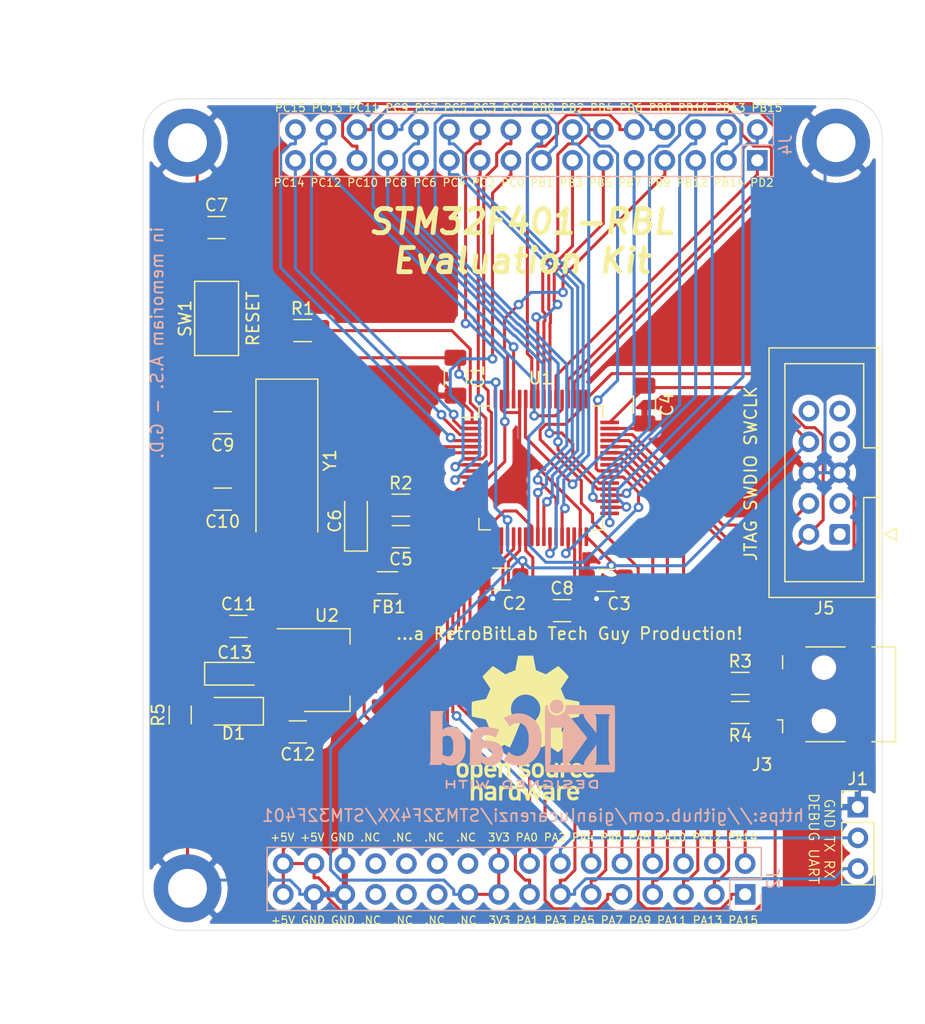
<source format=kicad_pcb>
(kicad_pcb (version 20171130) (host pcbnew 5.1.9+dfsg1-1)
  (title_block (title "STM32F401 Eval Kit") (date 2022-02-05) (rev 2.0) (company "RetroBit Lab") (comment 1 "Added KiCAD logo on back silkscreen"))
  (layers (0 F.Cu signal) (31 B.Cu signal) (34 B.Paste user) (35 F.Paste user) (36 B.SilkS user) (37 F.SilkS user) (38 B.Mask user) (39 F.Mask user) (44 Edge.Cuts user))
  (net 0 "")
  (net 1 GND)
  (net 2 +3V3)
  (net 3 /ANALOG_VDD)
  (net 4 /VSSA)
  (net 5 "Net-(C7-Pad1)")
  (net 6 "Net-(C8-Pad1)")
  (net 7 "Net-(C9-Pad1)")
  (net 8 "Net-(C10-Pad1)")
  (net 9 VCC)
  (net 10 "Net-(D1-Pad1)")
  (net 11 A15)
  (net 12 A14)
  (net 13 A13)
  (net 14 A12)
  (net 15 A11)
  (net 16 A10)
  (net 17 A9)
  (net 18 A8)
  (net 19 A7)
  (net 20 A6)
  (net 21 A5)
  (net 22 A4)
  (net 23 A3)
  (net 24 A2)
  (net 25 A1)
  (net 26 A0)
  (net 27 C15)
  (net 28 C14)
  (net 29 C13)
  (net 30 C12)
  (net 31 C11)
  (net 32 C10)
  (net 33 C9)
  (net 34 C8)
  (net 35 C7)
  (net 36 C6)
  (net 37 C5)
  (net 38 C4)
  (net 39 C3)
  (net 40 C2)
  (net 41 C1)
  (net 42 C0)
  (net 43 B0)
  (net 44 B1)
  (net 45 B2)
  (net 46 B3)
  (net 47 B4)
  (net 48 B5)
  (net 49 B6)
  (net 50 B7)
  (net 51 B8)
  (net 52 B9)
  (net 53 B10)
  (net 54 B12)
  (net 55 B13)
  (net 56 B14)
  (net 57 B15)
  (net 58 D2)
  (net 59 "Net-(J2-Pad20)")
  (net 60 "Net-(J2-Pad21)")
  (net 61 "Net-(J2-Pad22)")
  (net 62 "Net-(J2-Pad23)")
  (net 63 "Net-(J2-Pad24)")
  (net 64 "Net-(J2-Pad25)")
  (net 65 "Net-(J2-Pad26)")
  (net 66 "Net-(J3-Pad2)")
  (net 67 "Net-(J3-Pad3)")
  (net 68 "Net-(J3-Pad4)")
  (net 69 "Net-(J5-Pad1)")
  (net 70 "Net-(J5-Pad3)")
  (net 71 "Net-(J5-Pad7)")
  (net 72 "Net-(J5-Pad9)")
  (net 73 "Net-(J5-Pad10)")
  (module Resistor_SMD:R_1206_3216Metric_Pad1.30x1.75mm_HandSolder (layer F.Cu) (at 119.9 106.7 90)
    (fp_text reference R5 (at 0 -1.82 90) (layer F.SilkS))
    (fp_text value 330R)
    (pad 2 smd roundrect (at 1.55 0 90) (size 1.3 1.75) (layers F.Cu F.Paste F.Mask) (roundrect_rratio 0.1923069230769231) (net 1 GND))
    (pad 1 smd roundrect (at -1.55 0 90) (size 1.3 1.75) (layers F.Cu F.Paste F.Mask) (roundrect_rratio 0.1923069230769231) (net 10 "Net-(D1-Pad1)"))
  )
  (module Connector_IDC:IDC-Header_2x05_P2.54mm_Vertical (layer F.Cu) (at 174.3 91.8 180)
    (fp_text reference J5 (at 1.27 -6.1) (layer F.SilkS))
    (fp_text value "JTAG SWDIO SWCLK")
    (pad 10 thru_hole circle (at 2.54 10.16 180) (size 1.7 1.7) (drill 1) (layers *.Cu *.Mask) (net 73 "Net-(J5-Pad10)"))
    (pad 8 thru_hole circle (at 2.54 7.62 180) (size 1.7 1.7) (drill 1) (layers *.Cu *.Mask) (net 2 +3V3))
    (pad 6 thru_hole circle (at 2.54 5.08 180) (size 1.7 1.7) (drill 1) (layers *.Cu *.Mask) (net 1 GND))
    (pad 4 thru_hole circle (at 2.54 2.54 180) (size 1.7 1.7) (drill 1) (layers *.Cu *.Mask) (net 13 A13))
    (pad 2 thru_hole circle (at 2.54 0 180) (size 1.7 1.7) (drill 1) (layers *.Cu *.Mask) (net 12 A14))
    (pad 9 thru_hole circle (at 0 10.16 180) (size 1.7 1.7) (drill 1) (layers *.Cu *.Mask) (net 72 "Net-(J5-Pad9)"))
    (pad 7 thru_hole circle (at 0 7.62 180) (size 1.7 1.7) (drill 1) (layers *.Cu *.Mask) (net 71 "Net-(J5-Pad7)"))
    (pad 5 thru_hole circle (at 0 5.08 180) (size 1.7 1.7) (drill 1) (layers *.Cu *.Mask) (net 1 GND))
    (pad 3 thru_hole circle (at 0 2.54 180) (size 1.7 1.7) (drill 1) (layers *.Cu *.Mask) (net 70 "Net-(J5-Pad3)"))
    (pad 1 thru_hole roundrect (at 0 0 180) (size 1.7 1.7) (drill 1) (layers *.Cu *.Mask) (roundrect_rratio 0.1470588235294118) (net 69 "Net-(J5-Pad1)"))
  )
  (module Capacitor_SMD:C_1206_3216Metric_Pad1.33x1.80mm_HandSolder (layer F.Cu) (at 142.6 78.8 270)
    (fp_text reference C1 (at 0 -1.85 90) (layer F.SilkS))
    (fp_text value 100nF)
    (pad 2 smd roundrect (at 1.5625 0 270) (size 1.325 1.8) (layers F.Cu F.Paste F.Mask) (roundrect_rratio 0.1886777358490566) (net 1 GND))
    (pad 1 smd roundrect (at -1.5625 0 270) (size 1.325 1.8) (layers F.Cu F.Paste F.Mask) (roundrect_rratio 0.1886777358490566) (net 2 +3V3))
  )
  (module Capacitor_Tantalum_SMD:CP_EIA-3216-12_Kemet-S_Pad1.58x1.35mm_HandSolder (layer F.Cu) (at 134.4 90.7 90)
    (fp_text reference C6 (at 0 -1.75 90) (layer F.SilkS))
    (fp_text value 10uF)
    (pad 2 smd roundrect (at 1.4375 0 90) (size 1.575 1.35) (layers F.Cu F.Paste F.Mask) (roundrect_rratio 0.1851844444444445) (net 4 /VSSA))
    (pad 1 smd roundrect (at -1.4375 0 90) (size 1.575 1.35) (layers F.Cu F.Paste F.Mask) (roundrect_rratio 0.1851844444444445) (net 3 /ANALOG_VDD))
  )
  (module Capacitor_SMD:C_1206_3216Metric_Pad1.33x1.80mm_HandSolder (layer F.Cu) (at 151.4 98.1)
    (fp_text reference C8 (at 0 -1.85) (layer F.SilkS))
    (fp_text value 4.7uF)
    (pad 2 smd roundrect (at 1.5625 0) (size 1.325 1.8) (layers F.Cu F.Paste F.Mask) (roundrect_rratio 0.1886777358490566) (net 1 GND))
    (pad 1 smd roundrect (at -1.5625 0) (size 1.325 1.8) (layers F.Cu F.Paste F.Mask) (roundrect_rratio 0.1886777358490566) (net 6 "Net-(C8-Pad1)"))
  )
  (module LED_SMD:LED_1206_3216Metric_Pad1.42x1.75mm_HandSolder (layer F.Cu) (at 124.3 106.4 180)
    (fp_text reference D1 (at 0 -1.82) (layer F.SilkS))
    (fp_text value RED)
    (pad 2 smd roundrect (at 1.4875 0 180) (size 1.425 1.75) (layers F.Cu F.Paste F.Mask) (roundrect_rratio 0.1754385964912281) (net 2 +3V3))
    (pad 1 smd roundrect (at -1.4875 0 180) (size 1.425 1.75) (layers F.Cu F.Paste F.Mask) (roundrect_rratio 0.1754385964912281) (net 10 "Net-(D1-Pad1)"))
  )
  (module Inductor_SMD:L_1206_3216Metric_Pad1.22x1.90mm_HandSolder (layer F.Cu) (at 137 95.8)
    (fp_text reference FB1 (at 0.1 2) (layer F.SilkS))
    (fp_text value 100uH)
    (pad 2 smd roundrect (at 1.6625 0) (size 1.225 1.9) (layers F.Cu F.Paste F.Mask) (roundrect_rratio 0.2040808163265306) (net 2 +3V3))
    (pad 1 smd roundrect (at -1.6625 0) (size 1.225 1.9) (layers F.Cu F.Paste F.Mask) (roundrect_rratio 0.2040808163265306) (net 3 /ANALOG_VDD))
  )
  (module Resistor_SMD:R_1206_3216Metric_Pad1.30x1.75mm_HandSolder (layer F.Cu) (at 130 75)
    (fp_text reference R1 (at 0 -1.82) (layer F.SilkS))
    (fp_text value 10K)
    (pad 2 smd roundrect (at 1.55 0) (size 1.3 1.75) (layers F.Cu F.Paste F.Mask) (roundrect_rratio 0.1923069230769231) (net 5 "Net-(C7-Pad1)"))
    (pad 1 smd roundrect (at -1.55 0) (size 1.3 1.75) (layers F.Cu F.Paste F.Mask) (roundrect_rratio 0.1923069230769231) (net 2 +3V3))
  )
  (module Resistor_SMD:R_1206_3216Metric_Pad1.30x1.75mm_HandSolder (layer F.Cu) (at 138.1 89.4)
    (fp_text reference R2 (at 0 -1.82) (layer F.SilkS))
    (fp_text value 0R)
    (pad 2 smd roundrect (at 1.55 0) (size 1.3 1.75) (layers F.Cu F.Paste F.Mask) (roundrect_rratio 0.1923069230769231) (net 1 GND))
    (pad 1 smd roundrect (at -1.55 0) (size 1.3 1.75) (layers F.Cu F.Paste F.Mask) (roundrect_rratio 0.1923069230769231) (net 4 /VSSA))
  )
  (module Resistor_SMD:R_1206_3216Metric_Pad1.30x1.75mm_HandSolder (layer F.Cu) (at 166.1 106.5)
    (fp_text reference R4 (at 0 1.9) (layer F.SilkS))
    (fp_text value 22R)
    (pad 2 smd roundrect (at 1.55 0) (size 1.3 1.75) (layers F.Cu F.Paste F.Mask) (roundrect_rratio 0.1923069230769231) (net 66 "Net-(J3-Pad2)"))
    (pad 1 smd roundrect (at -1.55 0) (size 1.3 1.75) (layers F.Cu F.Paste F.Mask) (roundrect_rratio 0.1923069230769231) (net 14 A12))
  )
  (module RetroBitLab:SW_SPST_FSMSM_3D (layer F.Cu) (at 122.9 74 90)
    (fp_text reference SW1 (at 0 -2.6 90) (layer F.SilkS))
    (fp_text value ~RESET)
    (pad 2 smd rect (at 4.59 0 90) (size 2.18 1.6) (layers F.Cu F.Paste F.Mask) (net 5 "Net-(C7-Pad1)"))
    (pad 1 smd rect (at -4.59 0 90) (size 2.18 1.6) (layers F.Cu F.Paste F.Mask) (net 1 GND))
  )
  (module Package_QFP:LQFP-64_10x10mm_P0.5mm (layer F.Cu) (at 149.65 86.325)
    (fp_text reference U1 (at 0 -7.4) (layer F.SilkS))
    (fp_text value STM32F401RCT6)
    (pad 64 smd roundrect (at -3.75 -5.675) (size 0.3 1.55) (layers F.Cu F.Paste F.Mask) (net 2 +3V3))
    (pad 63 smd roundrect (at -3.25 -5.675) (size 0.3 1.55) (layers F.Cu F.Paste F.Mask) (net 1 GND))
    (pad 62 smd roundrect (at -2.75 -5.675) (size 0.3 1.55) (layers F.Cu F.Paste F.Mask) (net 52 B9))
    (pad 61 smd roundrect (at -2.25 -5.675) (size 0.3 1.55) (layers F.Cu F.Paste F.Mask) (net 51 B8))
    (pad 60 smd roundrect (at -1.75 -5.675) (size 0.3 1.55) (layers F.Cu F.Paste F.Mask) (net 1 GND))
    (pad 59 smd roundrect (at -1.25 -5.675) (size 0.3 1.55) (layers F.Cu F.Paste F.Mask) (net 50 B7))
    (pad 58 smd roundrect (at -0.75 -5.675) (size 0.3 1.55) (layers F.Cu F.Paste F.Mask) (net 49 B6))
    (pad 57 smd roundrect (at -0.25 -5.675) (size 0.3 1.55) (layers F.Cu F.Paste F.Mask) (net 48 B5))
    (pad 56 smd roundrect (at 0.25 -5.675) (size 0.3 1.55) (layers F.Cu F.Paste F.Mask) (net 47 B4))
    (pad 55 smd roundrect (at 0.75 -5.675) (size 0.3 1.55) (layers F.Cu F.Paste F.Mask) (net 46 B3))
    (pad 54 smd roundrect (at 1.25 -5.675) (size 0.3 1.55) (layers F.Cu F.Paste F.Mask) (net 58 D2))
    (pad 53 smd roundrect (at 1.75 -5.675) (size 0.3 1.55) (layers F.Cu F.Paste F.Mask) (net 30 C12))
    (pad 52 smd roundrect (at 2.25 -5.675) (size 0.3 1.55) (layers F.Cu F.Paste F.Mask) (net 31 C11))
    (pad 51 smd roundrect (at 2.75 -5.675) (size 0.3 1.55) (layers F.Cu F.Paste F.Mask) (net 32 C10))
    (pad 50 smd roundrect (at 3.25 -5.675) (size 0.3 1.55) (layers F.Cu F.Paste F.Mask) (net 11 A15))
    (pad 49 smd roundrect (at 3.75 -5.675) (size 0.3 1.55) (layers F.Cu F.Paste F.Mask) (net 12 A14))
    (pad 48 smd roundrect (at 5.675 -3.75) (size 1.55 0.3) (layers F.Cu F.Paste F.Mask) (net 2 +3V3))
    (pad 47 smd roundrect (at 5.675 -3.25) (size 1.55 0.3) (layers F.Cu F.Paste F.Mask) (net 1 GND))
    (pad 46 smd roundrect (at 5.675 -2.75) (size 1.55 0.3) (layers F.Cu F.Paste F.Mask) (net 13 A13))
    (pad 45 smd roundrect (at 5.675 -2.25) (size 1.55 0.3) (layers F.Cu F.Paste F.Mask) (net 14 A12))
    (pad 44 smd roundrect (at 5.675 -1.75) (size 1.55 0.3) (layers F.Cu F.Paste F.Mask) (net 15 A11))
    (pad 43 smd roundrect (at 5.675 -1.25) (size 1.55 0.3) (layers F.Cu F.Paste F.Mask) (net 16 A10))
    (pad 42 smd roundrect (at 5.675 -0.75) (size 1.55 0.3) (layers F.Cu F.Paste F.Mask) (net 17 A9))
    (pad 41 smd roundrect (at 5.675 -0.25) (size 1.55 0.3) (layers F.Cu F.Paste F.Mask) (net 18 A8))
    (pad 40 smd roundrect (at 5.675 0.25) (size 1.55 0.3) (layers F.Cu F.Paste F.Mask) (net 33 C9))
    (pad 39 smd roundrect (at 5.675 0.75) (size 1.55 0.3) (layers F.Cu F.Paste F.Mask) (net 34 C8))
    (pad 38 smd roundrect (at 5.675 1.25) (size 1.55 0.3) (layers F.Cu F.Paste F.Mask) (net 35 C7))
    (pad 37 smd roundrect (at 5.675 1.75) (size 1.55 0.3) (layers F.Cu F.Paste F.Mask) (net 36 C6))
    (pad 36 smd roundrect (at 5.675 2.25) (size 1.55 0.3) (layers F.Cu F.Paste F.Mask) (net 57 B15))
    (pad 35 smd roundrect (at 5.675 2.75) (size 1.55 0.3) (layers F.Cu F.Paste F.Mask) (net 56 B14))
    (pad 34 smd roundrect (at 5.675 3.25) (size 1.55 0.3) (layers F.Cu F.Paste F.Mask) (net 55 B13))
    (pad 33 smd roundrect (at 5.675 3.75) (size 1.55 0.3) (layers F.Cu F.Paste F.Mask) (net 54 B12))
    (pad 32 smd roundrect (at 3.75 5.675) (size 0.3 1.55) (layers F.Cu F.Paste F.Mask) (net 2 +3V3))
    (pad 31 smd roundrect (at 3.25 5.675) (size 0.3 1.55) (layers F.Cu F.Paste F.Mask) (net 1 GND))
    (pad 30 smd roundrect (at 2.75 5.675) (size 0.3 1.55) (layers F.Cu F.Paste F.Mask) (net 6 "Net-(C8-Pad1)"))
    (pad 29 smd roundrect (at 2.25 5.675) (size 0.3 1.55) (layers F.Cu F.Paste F.Mask) (net 53 B10))
    (pad 28 smd roundrect (at 1.75 5.675) (size 0.3 1.55) (layers F.Cu F.Paste F.Mask) (net 45 B2))
    (pad 27 smd roundrect (at 1.25 5.675) (size 0.3 1.55) (layers F.Cu F.Paste F.Mask) (net 44 B1))
    (pad 26 smd roundrect (at 0.75 5.675) (size 0.3 1.55) (layers F.Cu F.Paste F.Mask) (net 43 B0))
    (pad 25 smd roundrect (at 0.25 5.675) (size 0.3 1.55) (layers F.Cu F.Paste F.Mask) (net 37 C5))
    (pad 24 smd roundrect (at -0.25 5.675) (size 0.3 1.55) (layers F.Cu F.Paste F.Mask) (net 38 C4))
    (pad 23 smd roundrect (at -0.75 5.675) (size 0.3 1.55) (layers F.Cu F.Paste F.Mask) (net 19 A7))
    (pad 22 smd roundrect (at -1.25 5.675) (size 0.3 1.55) (layers F.Cu F.Paste F.Mask) (net 20 A6))
    (pad 21 smd roundrect (at -1.75 5.675) (size 0.3 1.55) (layers F.Cu F.Paste F.Mask) (net 21 A5))
    (pad 20 smd roundrect (at -2.25 5.675) (size 0.3 1.55) (layers F.Cu F.Paste F.Mask) (net 22 A4))
    (pad 19 smd roundrect (at -2.75 5.675) (size 0.3 1.55) (layers F.Cu F.Paste F.Mask) (net 2 +3V3))
    (pad 18 smd roundrect (at -3.25 5.675) (size 0.3 1.55) (layers F.Cu F.Paste F.Mask) (net 1 GND))
    (pad 17 smd roundrect (at -3.75 5.675) (size 0.3 1.55) (layers F.Cu F.Paste F.Mask) (net 23 A3))
    (pad 16 smd roundrect (at -5.675 3.75) (size 1.55 0.3) (layers F.Cu F.Paste F.Mask) (net 24 A2))
    (pad 15 smd roundrect (at -5.675 3.25) (size 1.55 0.3) (layers F.Cu F.Paste F.Mask) (net 25 A1))
    (pad 14 smd roundrect (at -5.675 2.75) (size 1.55 0.3) (layers F.Cu F.Paste F.Mask) (net 26 A0))
    (pad 13 smd roundrect (at -5.675 2.25) (size 1.55 0.3) (layers F.Cu F.Paste F.Mask) (net 3 /ANALOG_VDD))
    (pad 12 smd roundrect (at -5.675 1.75) (size 1.55 0.3) (layers F.Cu F.Paste F.Mask) (net 4 /VSSA))
    (pad 11 smd roundrect (at -5.675 1.25) (size 1.55 0.3) (layers F.Cu F.Paste F.Mask) (net 39 C3))
    (pad 10 smd roundrect (at -5.675 0.75) (size 1.55 0.3) (layers F.Cu F.Paste F.Mask) (net 40 C2))
    (pad 9 smd roundrect (at -5.675 0.25) (size 1.55 0.3) (layers F.Cu F.Paste F.Mask) (net 41 C1))
    (pad 8 smd roundrect (at -5.675 -0.25) (size 1.55 0.3) (layers F.Cu F.Paste F.Mask) (net 42 C0))
    (pad 7 smd roundrect (at -5.675 -0.75) (size 1.55 0.3) (layers F.Cu F.Paste F.Mask) (net 5 "Net-(C7-Pad1)"))
    (pad 6 smd roundrect (at -5.675 -1.25) (size 1.55 0.3) (layers F.Cu F.Paste F.Mask) (net 8 "Net-(C10-Pad1)"))
    (pad 5 smd roundrect (at -5.675 -1.75) (size 1.55 0.3) (layers F.Cu F.Paste F.Mask) (net 7 "Net-(C9-Pad1)"))
    (pad 4 smd roundrect (at -5.675 -2.25) (size 1.55 0.3) (layers F.Cu F.Paste F.Mask) (net 27 C15))
    (pad 3 smd roundrect (at -5.675 -2.75) (size 1.55 0.3) (layers F.Cu F.Paste F.Mask) (net 28 C14))
    (pad 2 smd roundrect (at -5.675 -3.25) (size 1.55 0.3) (layers F.Cu F.Paste F.Mask) (net 29 C13))
    (pad 1 smd roundrect (at -5.675 -3.75) (size 1.55 0.3) (layers F.Cu F.Paste F.Mask) (net 1 GND))
  )
  (module Crystal:Crystal_SMD_HC49-SD (layer F.Cu) (at 128.7 85.7 270)
    (fp_text reference Y1 (at 0 -3.55 90) (layer F.SilkS))
    (fp_text value 8MHz)
    (pad 2 smd rect (at 4.25 0 270) (size 4.5 2) (layers F.Cu F.Paste F.Mask) (net 8 "Net-(C10-Pad1)"))
    (pad 1 smd rect (at -4.25 0 270) (size 4.5 2) (layers F.Cu F.Paste F.Mask) (net 7 "Net-(C9-Pad1)"))
  )
  (module Connector_PinHeader_2.54mm:PinHeader_1x03_P2.54mm_Vertical (layer F.Cu) (at 175.8 114.3)
    (fp_text reference J1 (at 0 -2.33) (layer F.SilkS))
    (fp_text value "DEBUG UART")
    (pad 3 thru_hole oval (at 0 5.08) (size 1.7 1.7) (drill 1) (layers *.Cu *.Mask) (net 23 A3))
    (pad 2 thru_hole oval (at 0 2.54) (size 1.7 1.7) (drill 1) (layers *.Cu *.Mask) (net 24 A2))
    (pad 1 thru_hole rect (at 0 0) (size 1.7 1.7) (drill 1) (layers *.Cu *.Mask) (net 1 GND))
  )
  (module Connector_PinHeader_2.54mm:PinHeader_2x16_P2.54mm_Vertical (layer B.Cu) (at 166.5 121.5 90)
    (fp_text reference J2 (at 1.27 2.33 90) (layer B.SilkS) (effects (justify mirror)))
    (fp_text value Conn_02x16_Counter_Clockwise)
    (pad 32 thru_hole oval (at 2.54 -38.1 90) (size 1.7 1.7) (drill 1) (layers *.Cu *.Mask) (net 9 VCC))
    (pad 31 thru_hole oval (at 0 -38.1 90) (size 1.7 1.7) (drill 1) (layers *.Cu *.Mask) (net 9 VCC))
    (pad 30 thru_hole oval (at 2.54 -35.56 90) (size 1.7 1.7) (drill 1) (layers *.Cu *.Mask) (net 9 VCC))
    (pad 29 thru_hole oval (at 0 -35.56 90) (size 1.7 1.7) (drill 1) (layers *.Cu *.Mask) (net 1 GND))
    (pad 28 thru_hole oval (at 2.54 -33.02 90) (size 1.7 1.7) (drill 1) (layers *.Cu *.Mask) (net 1 GND))
    (pad 27 thru_hole oval (at 0 -33.02 90) (size 1.7 1.7) (drill 1) (layers *.Cu *.Mask) (net 1 GND))
    (pad 26 thru_hole oval (at 2.54 -30.48 90) (size 1.7 1.7) (drill 1) (layers *.Cu *.Mask) (net 65 "Net-(J2-Pad26)"))
    (pad 25 thru_hole oval (at 0 -30.48 90) (size 1.7 1.7) (drill 1) (layers *.Cu *.Mask) (net 64 "Net-(J2-Pad25)"))
    (pad 24 thru_hole oval (at 2.54 -27.94 90) (size 1.7 1.7) (drill 1) (layers *.Cu *.Mask) (net 63 "Net-(J2-Pad24)"))
    (pad 23 thru_hole oval (at 0 -27.94 90) (size 1.7 1.7) (drill 1) (layers *.Cu *.Mask) (net 62 "Net-(J2-Pad23)"))
    (pad 22 thru_hole oval (at 2.54 -25.4 90) (size 1.7 1.7) (drill 1) (layers *.Cu *.Mask) (net 61 "Net-(J2-Pad22)"))
    (pad 21 thru_hole oval (at 0 -25.4 90) (size 1.7 1.7) (drill 1) (layers *.Cu *.Mask) (net 60 "Net-(J2-Pad21)"))
    (pad 20 thru_hole oval (at 2.54 -22.86 90) (size 1.7 1.7) (drill 1) (layers *.Cu *.Mask) (net 59 "Net-(J2-Pad20)"))
    (pad 19 thru_hole oval (at 0 -22.86 90) (size 1.7 1.7) (drill 1) (layers *.Cu *.Mask) (net 2 +3V3))
    (pad 18 thru_hole oval (at 2.54 -20.32 90) (size 1.7 1.7) (drill 1) (layers *.Cu *.Mask) (net 2 +3V3))
    (pad 17 thru_hole oval (at 0 -20.32 90) (size 1.7 1.7) (drill 1) (layers *.Cu *.Mask) (net 2 +3V3))
    (pad 16 thru_hole oval (at 2.54 -17.78 90) (size 1.7 1.7) (drill 1) (layers *.Cu *.Mask) (net 26 A0))
    (pad 15 thru_hole oval (at 0 -17.78 90) (size 1.7 1.7) (drill 1) (layers *.Cu *.Mask) (net 25 A1))
    (pad 14 thru_hole oval (at 2.54 -15.24 90) (size 1.7 1.7) (drill 1) (layers *.Cu *.Mask) (net 24 A2))
    (pad 13 thru_hole oval (at 0 -15.24 90) (size 1.7 1.7) (drill 1) (layers *.Cu *.Mask) (net 23 A3))
    (pad 12 thru_hole oval (at 2.54 -12.7 90) (size 1.7 1.7) (drill 1) (layers *.Cu *.Mask) (net 22 A4))
    (pad 11 thru_hole oval (at 0 -12.7 90) (size 1.7 1.7) (drill 1) (layers *.Cu *.Mask) (net 21 A5))
    (pad 10 thru_hole oval (at 2.54 -10.16 90) (size 1.7 1.7) (drill 1) (layers *.Cu *.Mask) (net 20 A6))
    (pad 9 thru_hole oval (at 0 -10.16 90) (size 1.7 1.7) (drill 1) (layers *.Cu *.Mask) (net 19 A7))
    (pad 8 thru_hole oval (at 2.54 -7.62 90) (size 1.7 1.7) (drill 1) (layers *.Cu *.Mask) (net 18 A8))
    (pad 7 thru_hole oval (at 0 -7.62 90) (size 1.7 1.7) (drill 1) (layers *.Cu *.Mask) (net 17 A9))
    (pad 6 thru_hole oval (at 2.54 -5.08 90) (size 1.7 1.7) (drill 1) (layers *.Cu *.Mask) (net 16 A10))
    (pad 5 thru_hole oval (at 0 -5.08 90) (size 1.7 1.7) (drill 1) (layers *.Cu *.Mask) (net 15 A11))
    (pad 4 thru_hole oval (at 2.54 -2.54 90) (size 1.7 1.7) (drill 1) (layers *.Cu *.Mask) (net 14 A12))
    (pad 3 thru_hole oval (at 0 -2.54 90) (size 1.7 1.7) (drill 1) (layers *.Cu *.Mask) (net 13 A13))
    (pad 2 thru_hole oval (at 2.54 0 90) (size 1.7 1.7) (drill 1) (layers *.Cu *.Mask) (net 12 A14))
    (pad 1 thru_hole rect (at 0 0 90) (size 1.7 1.7) (drill 1) (layers *.Cu *.Mask) (net 11 A15))
  )
  (module Connector_PinHeader_2.54mm:PinHeader_2x16_P2.54mm_Vertical (layer B.Cu) (at 167.5 60.96 90)
    (fp_text reference J4 (at 1.27 2.33 90) (layer B.SilkS) (effects (justify mirror)))
    (fp_text value Conn_02x16_Counter_Clockwise)
    (pad 32 thru_hole oval (at 2.54 -38.1 90) (size 1.7 1.7) (drill 1) (layers *.Cu *.Mask) (net 27 C15))
    (pad 31 thru_hole oval (at 0 -38.1 90) (size 1.7 1.7) (drill 1) (layers *.Cu *.Mask) (net 28 C14))
    (pad 30 thru_hole oval (at 2.54 -35.56 90) (size 1.7 1.7) (drill 1) (layers *.Cu *.Mask) (net 29 C13))
    (pad 29 thru_hole oval (at 0 -35.56 90) (size 1.7 1.7) (drill 1) (layers *.Cu *.Mask) (net 30 C12))
    (pad 28 thru_hole oval (at 2.54 -33.02 90) (size 1.7 1.7) (drill 1) (layers *.Cu *.Mask) (net 31 C11))
    (pad 27 thru_hole oval (at 0 -33.02 90) (size 1.7 1.7) (drill 1) (layers *.Cu *.Mask) (net 32 C10))
    (pad 26 thru_hole oval (at 2.54 -30.48 90) (size 1.7 1.7) (drill 1) (layers *.Cu *.Mask) (net 33 C9))
    (pad 25 thru_hole oval (at 0 -30.48 90) (size 1.7 1.7) (drill 1) (layers *.Cu *.Mask) (net 34 C8))
    (pad 24 thru_hole oval (at 2.54 -27.94 90) (size 1.7 1.7) (drill 1) (layers *.Cu *.Mask) (net 35 C7))
    (pad 23 thru_hole oval (at 0 -27.94 90) (size 1.7 1.7) (drill 1) (layers *.Cu *.Mask) (net 36 C6))
    (pad 22 thru_hole oval (at 2.54 -25.4 90) (size 1.7 1.7) (drill 1) (layers *.Cu *.Mask) (net 37 C5))
    (pad 21 thru_hole oval (at 0 -25.4 90) (size 1.7 1.7) (drill 1) (layers *.Cu *.Mask) (net 38 C4))
    (pad 20 thru_hole oval (at 2.54 -22.86 90) (size 1.7 1.7) (drill 1) (layers *.Cu *.Mask) (net 39 C3))
    (pad 19 thru_hole oval (at 0 -22.86 90) (size 1.7 1.7) (drill 1) (layers *.Cu *.Mask) (net 40 C2))
    (pad 18 thru_hole oval (at 2.54 -20.32 90) (size 1.7 1.7) (drill 1) (layers *.Cu *.Mask) (net 41 C1))
    (pad 17 thru_hole oval (at 0 -20.32 90) (size 1.7 1.7) (drill 1) (layers *.Cu *.Mask) (net 42 C0))
    (pad 16 thru_hole oval (at 2.54 -17.78 90) (size 1.7 1.7) (drill 1) (layers *.Cu *.Mask) (net 43 B0))
    (pad 15 thru_hole oval (at 0 -17.78 90) (size 1.7 1.7) (drill 1) (layers *.Cu *.Mask) (net 44 B1))
    (pad 14 thru_hole oval (at 2.54 -15.24 90) (size 1.7 1.7) (drill 1) (layers *.Cu *.Mask) (net 45 B2))
    (pad 13 thru_hole oval (at 0 -15.24 90) (size 1.7 1.7) (drill 1) (layers *.Cu *.Mask) (net 46 B3))
    (pad 12 thru_hole oval (at 2.54 -12.7 90) (size 1.7 1.7) (drill 1) (layers *.Cu *.Mask) (net 47 B4))
    (pad 11 thru_hole oval (at 0 -12.7 90) (size 1.7 1.7) (drill 1) (layers *.Cu *.Mask) (net 48 B5))
    (pad 10 thru_hole oval (at 2.54 -10.16 90) (size 1.7 1.7) (drill 1) (layers *.Cu *.Mask) (net 49 B6))
    (pad 9 thru_hole oval (at 0 -10.16 90) (size 1.7 1.7) (drill 1) (layers *.Cu *.Mask) (net 50 B7))
    (pad 8 thru_hole oval (at 2.54 -7.62 90) (size 1.7 1.7) (drill 1) (layers *.Cu *.Mask) (net 51 B8))
    (pad 7 thru_hole oval (at 0 -7.62 90) (size 1.7 1.7) (drill 1) (layers *.Cu *.Mask) (net 52 B9))
    (pad 6 thru_hole oval (at 2.54 -5.08 90) (size 1.7 1.7) (drill 1) (layers *.Cu *.Mask) (net 53 B10))
    (pad 5 thru_hole oval (at 0 -5.08 90) (size 1.7 1.7) (drill 1) (layers *.Cu *.Mask) (net 54 B12))
    (pad 4 thru_hole oval (at 2.54 -2.54 90) (size 1.7 1.7) (drill 1) (layers *.Cu *.Mask) (net 55 B13))
    (pad 3 thru_hole oval (at 0 -2.54 90) (size 1.7 1.7) (drill 1) (layers *.Cu *.Mask) (net 56 B14))
    (pad 2 thru_hole oval (at 2.54 0 90) (size 1.7 1.7) (drill 1) (layers *.Cu *.Mask) (net 57 B15))
    (pad 1 thru_hole rect (at 0 0 90) (size 1.7 1.7) (drill 1) (layers *.Cu *.Mask) (net 58 D2))
  )
  (module MountingHole:MountingHole_3.2mm_M3_DIN965_Pad (layer F.Cu) (at 120.5 59.5)
    (fp_text reference H2 hide)
    (fp_text value MountingHole_Pad)
    (pad 1 thru_hole circle (at 0 0) (size 5.6 5.6) (drill 3.2) (layers *.Cu *.Mask) (net 1 GND))
  )
  (module MountingHole:MountingHole_3.2mm_M3_DIN965_Pad (layer F.Cu) (at 174 59.5)
    (fp_text reference H1 hide)
    (fp_text value MountingHole_Pad)
    (pad 1 thru_hole circle (at 0 0) (size 5.6 5.6) (drill 3.2) (layers *.Cu *.Mask) (net 1 GND))
  )
  (module MountingHole:MountingHole_3.2mm_M3_DIN965_Pad (layer F.Cu) (at 120.5 121)
    (fp_text reference H3 hide)
    (fp_text value MountingHole_Pad)
    (pad 1 thru_hole circle (at 0 0) (size 5.6 5.6) (drill 3.2) (layers *.Cu *.Mask) (net 1 GND))
  )
  (module Package_TO_SOT_SMD:SOT-223-3_TabPin2 (layer F.Cu) (at 132 103)
    (fp_text reference U2 (at 0 -4.5) (layer F.SilkS))
    (fp_text value LM1117-3.3)
    (pad 1 smd rect (at -3.15 -2.3) (size 2 1.5) (layers F.Cu F.Paste F.Mask) (net 1 GND))
    (pad 3 smd rect (at -3.15 2.3) (size 2 1.5) (layers F.Cu F.Paste F.Mask) (net 9 VCC))
    (pad 2 smd rect (at -3.15 0) (size 2 1.5) (layers F.Cu F.Paste F.Mask) (net 2 +3V3))
    (pad 2 smd rect (at 3.15 0) (size 2 3.8) (layers F.Cu F.Paste F.Mask) (net 2 +3V3))
  )
  (module Connector_USB:USB_Mini-B_Lumberg_2486_01_Horizontal (layer F.Cu) (at 173 105 90)
    (fp_text reference J3 (at -5.8 -5.1 180) (layer F.SilkS))
    (fp_text value USB_B_Mini)
    (pad "" np_thru_hole circle (at 2.2 0 90) (size 1 1) (drill 1) (layers *.Cu *.Mask))
    (pad "" np_thru_hole circle (at -2.2 0 90) (size 1 1) (drill 1) (layers *.Cu *.Mask))
    (pad 6 smd rect (at 4.45 2.85 90) (size 2 1.7) (layers F.Cu F.Paste F.Mask) (net 1 GND))
    (pad 6 smd rect (at 4.45 -2.6 90) (size 2 1.7) (layers F.Cu F.Paste F.Mask) (net 1 GND))
    (pad 6 smd rect (at -4.45 2.85 90) (size 2 1.7) (layers F.Cu F.Paste F.Mask) (net 1 GND))
    (pad 6 smd rect (at -4.45 -2.6 90) (size 2 1.7) (layers F.Cu F.Paste F.Mask) (net 1 GND))
    (pad 5 smd rect (at 1.6 -2.7 90) (size 0.5 2) (layers F.Cu F.Paste F.Mask) (net 1 GND))
    (pad 4 smd rect (at 0.8 -2.7 90) (size 0.5 2) (layers F.Cu F.Paste F.Mask) (net 68 "Net-(J3-Pad4)"))
    (pad 3 smd rect (at 0 -2.7 90) (size 0.5 2) (layers F.Cu F.Paste F.Mask) (net 67 "Net-(J3-Pad3)"))
    (pad 2 smd rect (at -0.8 -2.7 90) (size 0.5 2) (layers F.Cu F.Paste F.Mask) (net 66 "Net-(J3-Pad2)"))
    (pad 1 smd rect (at -1.6 -2.7 90) (size 0.5 2) (layers F.Cu F.Paste F.Mask) (net 9 VCC))
  )
  (module Capacitor_SMD:C_1206_3216Metric_Pad1.33x1.80mm_HandSolder (layer F.Cu) (at 146.4 95.5 180)
    (fp_text reference C2 (at -1.06 -2.01) (layer F.SilkS))
    (fp_text value 100nF)
    (pad 2 smd roundrect (at 1.5625 0 180) (size 1.325 1.8) (layers F.Cu F.Paste F.Mask) (roundrect_rratio 0.1886777358490566) (net 1 GND))
    (pad 1 smd roundrect (at -1.5625 0 180) (size 1.325 1.8) (layers F.Cu F.Paste F.Mask) (roundrect_rratio 0.1886777358490566) (net 2 +3V3))
  )
  (module Capacitor_SMD:C_1206_3216Metric_Pad1.33x1.80mm_HandSolder (layer F.Cu) (at 155 95.6 180)
    (fp_text reference C3 (at -1.11 -1.93) (layer F.SilkS))
    (fp_text value 100nF)
    (pad 2 smd roundrect (at 1.5625 0 180) (size 1.325 1.8) (layers F.Cu F.Paste F.Mask) (roundrect_rratio 0.1886777358490566) (net 1 GND))
    (pad 1 smd roundrect (at -1.5625 0 180) (size 1.325 1.8) (layers F.Cu F.Paste F.Mask) (roundrect_rratio 0.1886777358490566) (net 2 +3V3))
  )
  (module Capacitor_SMD:C_1206_3216Metric_Pad1.33x1.80mm_HandSolder (layer F.Cu) (at 158.2 81.1 270)
    (fp_text reference C4 (at 0 -1.85 90) (layer F.SilkS))
    (fp_text value 100nF)
    (pad 2 smd roundrect (at 1.5625 0 270) (size 1.325 1.8) (layers F.Cu F.Paste F.Mask) (roundrect_rratio 0.1886777358490566) (net 1 GND))
    (pad 1 smd roundrect (at -1.5625 0 270) (size 1.325 1.8) (layers F.Cu F.Paste F.Mask) (roundrect_rratio 0.1886777358490566) (net 2 +3V3))
  )
  (module Capacitor_SMD:C_1206_3216Metric_Pad1.33x1.80mm_HandSolder (layer F.Cu) (at 138.1 92 180)
    (fp_text reference C5 (at 0 -1.85) (layer F.SilkS))
    (fp_text value 100nF)
    (pad 2 smd roundrect (at 1.5625 0 180) (size 1.325 1.8) (layers F.Cu F.Paste F.Mask) (roundrect_rratio 0.1886777358490566) (net 4 /VSSA))
    (pad 1 smd roundrect (at -1.5625 0 180) (size 1.325 1.8) (layers F.Cu F.Paste F.Mask) (roundrect_rratio 0.1886777358490566) (net 3 /ANALOG_VDD))
  )
  (module Capacitor_SMD:C_1206_3216Metric_Pad1.33x1.80mm_HandSolder (layer F.Cu) (at 122.9 66.5)
    (fp_text reference C7 (at 0 -1.85) (layer F.SilkS))
    (fp_text value 100nF)
    (pad 2 smd roundrect (at 1.5625 0) (size 1.325 1.8) (layers F.Cu F.Paste F.Mask) (roundrect_rratio 0.1886777358490566) (net 1 GND))
    (pad 1 smd roundrect (at -1.5625 0) (size 1.325 1.8) (layers F.Cu F.Paste F.Mask) (roundrect_rratio 0.1886777358490566) (net 5 "Net-(C7-Pad1)"))
  )
  (module Capacitor_SMD:C_1206_3216Metric_Pad1.33x1.80mm_HandSolder (layer F.Cu) (at 124.7 99.4)
    (fp_text reference C11 (at 0 -1.85) (layer F.SilkS))
    (fp_text value 100nF)
    (pad 2 smd roundrect (at 1.5625 0) (size 1.325 1.8) (layers F.Cu F.Paste F.Mask) (roundrect_rratio 0.1886777358490566) (net 1 GND))
    (pad 1 smd roundrect (at -1.5625 0) (size 1.325 1.8) (layers F.Cu F.Paste F.Mask) (roundrect_rratio 0.1886777358490566) (net 9 VCC))
  )
  (module Capacitor_SMD:C_1206_3216Metric_Pad1.33x1.80mm_HandSolder (layer F.Cu) (at 129.6 108.1 180)
    (fp_text reference C12 (at 0 -1.85) (layer F.SilkS))
    (fp_text value 100nF)
    (pad 2 smd roundrect (at 1.5625 0 180) (size 1.325 1.8) (layers F.Cu F.Paste F.Mask) (roundrect_rratio 0.1886777358490566) (net 1 GND))
    (pad 1 smd roundrect (at -1.5625 0 180) (size 1.325 1.8) (layers F.Cu F.Paste F.Mask) (roundrect_rratio 0.1886777358490566) (net 2 +3V3))
  )
  (module Capacitor_Tantalum_SMD:CP_EIA-3216-12_Kemet-S_Pad1.58x1.35mm_HandSolder (layer F.Cu) (at 124.4 103.3)
    (fp_text reference C13 (at 0 -1.75) (layer F.SilkS))
    (fp_text value 10uF)
    (pad 2 smd roundrect (at 1.4375 0) (size 1.575 1.35) (layers F.Cu F.Paste F.Mask) (roundrect_rratio 0.1851844444444445) (net 1 GND))
    (pad 1 smd roundrect (at -1.4375 0) (size 1.575 1.35) (layers F.Cu F.Paste F.Mask) (roundrect_rratio 0.1851844444444445) (net 2 +3V3))
  )
  (module Resistor_SMD:R_1206_3216Metric_Pad1.30x1.75mm_HandSolder (layer F.Cu) (at 166.1 104.1)
    (fp_text reference R3 (at 0 -1.82) (layer F.SilkS))
    (fp_text value 22R)
    (pad 2 smd roundrect (at 1.55 0) (size 1.3 1.75) (layers F.Cu F.Paste F.Mask) (roundrect_rratio 0.1923069230769231) (net 67 "Net-(J3-Pad3)"))
    (pad 1 smd roundrect (at -1.55 0) (size 1.3 1.75) (layers F.Cu F.Paste F.Mask) (roundrect_rratio 0.1923069230769231) (net 15 A11))
  )
  (module Capacitor_SMD:C_1206_3216Metric_Pad1.33x1.80mm_HandSolder (layer F.Cu) (at 123.4 82.6 180)
    (fp_text reference C9 (at 0 -1.85) (layer F.SilkS))
    (fp_text value 22pF)
    (pad 2 smd roundrect (at 1.5625 0 180) (size 1.325 1.8) (layers F.Cu F.Paste F.Mask) (roundrect_rratio 0.1886777358490566) (net 1 GND))
    (pad 1 smd roundrect (at -1.5625 0 180) (size 1.325 1.8) (layers F.Cu F.Paste F.Mask) (roundrect_rratio 0.1886777358490566) (net 7 "Net-(C9-Pad1)"))
  )
  (module Capacitor_SMD:C_1206_3216Metric_Pad1.33x1.80mm_HandSolder (layer F.Cu) (at 123.4 88.9 180)
    (fp_text reference C10 (at 0 -1.85) (layer F.SilkS))
    (fp_text value 22pF)
    (pad 2 smd roundrect (at 1.5625 0 180) (size 1.325 1.8) (layers F.Cu F.Paste F.Mask) (roundrect_rratio 0.1886777358490566) (net 1 GND))
    (pad 1 smd roundrect (at -1.5625 0 180) (size 1.325 1.8) (layers F.Cu F.Paste F.Mask) (roundrect_rratio 0.1886777358490566) (net 8 "Net-(C10-Pad1)"))
  )
  (module Symbol:OSHW-Logo_11.4x12mm_SilkScreen (layer F.Cu) (at 148.38 107.78)
    (fp_text reference LOGO1 hide)
    (fp_text value OSH hide)
  )
  (module Symbol:KiCad-Logo2_6mm_SilkScreen (layer B.Cu) (at 148.1 108.42 180)
    (fp_text reference LOGO2 hide)
    (fp_text value "designed with KiCAD" hide)
  )
  (gr_text RESET (at 125.9 74.02 90) (layer F.SilkS) (effects (font (size 1 1))))
  (gr_text "GND TX RX\nDEBUG UART" (at 172.8 116.91 -90) (layer F.SilkS) (effects (font (size 0.8 0.8) (thickness 0.1))))
  (gr_text "JTAG SWDIO SWCLK" (at 166.96 86.8 90) (layer F.SilkS) (effects (font (size 1 1))))
  (gr_text "+5V GND GND .NC  .NC  .NC  .NC  3V3 PA1 PA3 PA5 PA7 PA9 PA11 PA13 PA15" (at 127.32 123.64) (layer F.SilkS) (effects (font (size 0.65 0.65) (thickness 0.1)) (justify left)))
  (gr_text "+5V +5V GND .NC  .NC  .NC  .NC  3V3 PA0 PA2 PA4 PA6 PA8 PA10 PA12 PA14" (at 127.27 116.8) (layer F.SilkS) (effects (font (size 0.65 0.65) (thickness 0.1)) (justify left)))
  (gr_text "PC15 PC13 PC11 PC9 PC7 PC5 PC3 PC1 PB0 PB2 PB4 PB6 PB8 PB10 PB13 PB15" (at 127.65 56.63) (layer F.SilkS) (effects (font (size 0.65 0.65) (thickness 0.1)) (justify left)))
  (gr_text "PC14 PC12 PC10 PC8 PC6 PC4 PC2 PC0 PB1 PB3 PB5 PB7 PB9 PB12 PB14 PD2" (at 127.55 62.8) (layer F.SilkS) (effects (font (size 0.65 0.65) (thickness 0.1)) (justify left)))
  (gr_text "...a RetroBitLab Tech Guy Production!" (at 152 100) (layer F.SilkS) (effects (font (size 1 1))))
  (gr_text https://github.com/gianlucarenzi/STM32F4XX/STM32F401 (at 149 115) (layer B.SilkS) (effects (font (size 1 1)) (justify mirror)))
  (gr_text "STM32F401-RBL\nEvaluation Kit" (at 148.04 67.63) (layer F.SilkS) (effects (font (size 2 2) (thickness 0.4) italic)))
  (gr_text "in memoriam A.S. - G.D." (at 118 76 90) (layer B.SilkS) (effects (font (size 1 1)) (justify mirror)))
  (gr_arc (start 119.94 121.36) (end 116.84 121.36) (angle -90) (layer Edge.Cuts) (width 0.05))
  (gr_arc (start 174.7 121.36) (end 174.7 124.46) (angle -90) (layer Edge.Cuts) (width 0.05))
  (gr_arc (start 119.94 58.98) (end 119.94 55.88) (angle -90) (layer Edge.Cuts) (width 0.05))
  (gr_arc (start 174.7 58.98) (end 177.8 58.98) (angle -90) (layer Edge.Cuts) (width 0.05))
  (gr_line (start 116.84 121.36) (end 116.84 58.98) (layer Edge.Cuts) (width 0.05))
  (gr_line (start 174.7 124.46) (end 119.94 124.46) (layer Edge.Cuts) (width 0.05))
  (gr_line (start 177.8 58.98) (end 177.8 121.36) (layer Edge.Cuts) (width 0.05))
  (gr_line (start 119.94 55.88) (end 174.7 55.88) (layer Edge.Cuts) (width 0.05))
  (segment (start 147.9 81.7583) (end 147.9 80.65) (width 0.25) (layer F.Cu) (net 1))
  (segment (start 152.9 92) (end 152.9 89.7999) (width 0.25) (layer F.Cu) (net 1))
  (segment (start 152.9 89.7999) (end 147.9 84.7999) (width 0.25) (layer F.Cu) (net 1))
  (segment (start 147.9 84.7999) (end 147.9 81.7583) (width 0.25) (layer F.Cu) (net 1))
  (segment (start 147.9 81.7583) (end 146.6458 81.7583) (width 0.25) (layer F.Cu) (net 1))
  (segment (start 146.6458 81.7583) (end 146.4 81.5125) (width 0.25) (layer F.Cu) (net 1))
  (segment (start 146.4 81.5125) (end 146.4 80.65) (width 0.25) (layer F.Cu) (net 1))
  (segment (start 153.4375 95.6) (end 152.9 95.0625) (width 0.25) (layer F.Cu) (net 1))
  (segment (start 152.9 95.0625) (end 152.9 92) (width 0.25) (layer F.Cu) (net 1))
  (segment (start 122.541 98.1147) (end 119.9 100.7557) (width 0.25) (layer F.Cu) (net 1))
  (segment (start 119.9 100.7557) (end 119.9 105.15) (width 0.25) (layer F.Cu) (net 1))
  (segment (start 122.541 92.5921) (end 122.541 98.1147) (width 0.25) (layer F.Cu) (net 1))
  (segment (start 122.541 98.1147) (end 124.9772 98.1147) (width 0.25) (layer F.Cu) (net 1))
  (segment (start 124.9772 98.1147) (end 126.2625 99.4) (width 0.25) (layer F.Cu) (net 1))
  (segment (start 125.8375 103.3) (end 125.8375 102.3872) (width 0.25) (layer F.Cu) (net 1))
  (segment (start 125.8375 102.3872) (end 127.5247 100.7) (width 0.25) (layer F.Cu) (net 1))
  (segment (start 122.9 78.59) (end 122.9 77.1747) (width 0.25) (layer F.Cu) (net 1))
  (segment (start 121.94 63.9774) (end 124.4625 66.5) (width 0.25) (layer F.Cu) (net 1))
  (segment (start 120.5 59.5) (end 121.297 60.297) (width 0.25) (layer F.Cu) (net 1))
  (segment (start 121.297 60.297) (end 121.297 63.3345) (width 0.25) (layer F.Cu) (net 1))
  (segment (start 121.297 63.3345) (end 121.94 63.9774) (width 0.25) (layer F.Cu) (net 1))
  (segment (start 122.9 77.1747) (end 120.3439 74.6186) (width 0.25) (layer F.Cu) (net 1))
  (segment (start 120.3439 74.6186) (end 120.3439 65.5735) (width 0.25) (layer F.Cu) (net 1))
  (segment (start 120.3439 65.5735) (end 121.94 63.9774) (width 0.25) (layer F.Cu) (net 1))
  (segment (start 122.9 78.59) (end 140.8275 78.59) (width 0.25) (layer F.Cu) (net 1))
  (segment (start 140.8275 78.59) (end 142.6 80.3625) (width 0.25) (layer F.Cu) (net 1))
  (segment (start 158.2 82.6625) (end 167.7025 82.6625) (width 0.25) (layer F.Cu) (net 1))
  (segment (start 167.7025 82.6625) (end 171.76 86.72) (width 0.25) (layer F.Cu) (net 1))
  (segment (start 175.85 109.45) (end 171.7619 109.45) (width 0.25) (layer F.Cu) (net 1))
  (segment (start 171.7619 109.45) (end 171.6686 109.3567) (width 0.25) (layer F.Cu) (net 1))
  (segment (start 171.6686 109.3567) (end 171.5753 109.45) (width 0.25) (layer F.Cu) (net 1))
  (segment (start 171.5127 103.4) (end 171.6686 103.5559) (width 0.25) (layer F.Cu) (net 1))
  (segment (start 171.6686 103.5559) (end 171.6686 109.3567) (width 0.25) (layer F.Cu) (net 1))
  (segment (start 175.8 113.1247) (end 175.85 113.0747) (width 0.25) (layer F.Cu) (net 1))
  (segment (start 175.85 113.0747) (end 175.85 109.45) (width 0.25) (layer F.Cu) (net 1))
  (segment (start 170.9877 100.55) (end 171.5127 101.075) (width 0.25) (layer F.Cu) (net 1))
  (segment (start 171.5127 101.075) (end 171.5127 103.4) (width 0.25) (layer F.Cu) (net 1))
  (segment (start 170.4 109.45) (end 171.5753 109.45) (width 0.25) (layer F.Cu) (net 1))
  (segment (start 153.9597 97.1027) (end 153.9597 96.1222) (width 0.25) (layer F.Cu) (net 1))
  (segment (start 153.9597 96.1222) (end 153.4375 95.6) (width 0.25) (layer F.Cu) (net 1))
  (segment (start 121.8375 88.9) (end 122.541 89.6035) (width 0.25) (layer F.Cu) (net 1))
  (segment (start 122.541 89.6035) (end 122.541 92.5921) (width 0.25) (layer F.Cu) (net 1))
  (segment (start 122.541 92.5921) (end 129.8267 92.5921) (width 0.25) (layer F.Cu) (net 1))
  (segment (start 129.8267 92.5921) (end 132.8754 89.5434) (width 0.25) (layer F.Cu) (net 1))
  (segment (start 132.8754 89.5434) (end 132.8754 88.988) (width 0.25) (layer F.Cu) (net 1))
  (segment (start 132.8754 88.988) (end 133.7602 88.1032) (width 0.25) (layer F.Cu) (net 1))
  (segment (start 133.7602 88.1032) (end 138.3532 88.1032) (width 0.25) (layer F.Cu) (net 1))
  (segment (start 138.3532 88.1032) (end 139.65 89.4) (width 0.25) (layer F.Cu) (net 1))
  (segment (start 173.0906 86.72) (end 174.3 86.72) (width 0.25) (layer B.Cu) (net 1))
  (segment (start 171.76 86.72) (end 173.0906 86.72) (width 0.25) (layer B.Cu) (net 1))
  (segment (start 173.0906 86.72) (end 173.0906 60.4094) (width 0.25) (layer B.Cu) (net 1))
  (segment (start 173.0906 60.4094) (end 174 59.5) (width 0.25) (layer B.Cu) (net 1))
  (segment (start 154.2419 97.1027) (end 161.3773 97.1027) (width 0.25) (layer B.Cu) (net 1))
  (segment (start 161.3773 97.1027) (end 171.76 86.72) (width 0.25) (layer B.Cu) (net 1))
  (segment (start 153.9597 97.1027) (end 153.9597 97.1028) (width 0.25) (layer F.Cu) (net 1))
  (segment (start 153.9597 97.1028) (end 152.9625 98.1) (width 0.25) (layer F.Cu) (net 1))
  (segment (start 153.9597 97.1027) (end 154.2419 97.1027) (width 0.25) (layer F.Cu) (net 1))
  (segment (start 145.6794 97.1033) (end 145.68 97.1027) (width 0.25) (layer B.Cu) (net 1))
  (segment (start 145.68 97.1027) (end 154.2419 97.1027) (width 0.25) (layer B.Cu) (net 1))
  (segment (start 145.6794 97.1033) (end 133.48 109.3027) (width 0.25) (layer B.Cu) (net 1))
  (segment (start 133.48 109.3027) (end 133.48 117.7847) (width 0.25) (layer B.Cu) (net 1))
  (segment (start 143.975 82.575) (end 143.975 81.7375) (width 0.25) (layer F.Cu) (net 1))
  (segment (start 143.975 81.7375) (end 142.6 80.3625) (width 0.25) (layer F.Cu) (net 1))
  (segment (start 121.8375 82.6) (end 121.8375 88.9) (width 0.25) (layer F.Cu) (net 1))
  (segment (start 130.94 121.5) (end 129.7647 121.5) (width 0.25) (layer B.Cu) (net 1))
  (segment (start 120.5 121) (end 121.1753 120.3247) (width 0.25) (layer B.Cu) (net 1))
  (segment (start 121.1753 120.3247) (end 128.9568 120.3247) (width 0.25) (layer B.Cu) (net 1))
  (segment (start 128.9568 120.3247) (end 129.7647 121.1326) (width 0.25) (layer B.Cu) (net 1))
  (segment (start 129.7647 121.1326) (end 129.7647 121.5) (width 0.25) (layer B.Cu) (net 1))
  (segment (start 128.85 100.7) (end 127.5247 100.7) (width 0.25) (layer F.Cu) (net 1))
  (segment (start 127.5247 100.7) (end 127.5247 100.6622) (width 0.25) (layer F.Cu) (net 1))
  (segment (start 127.5247 100.6622) (end 126.2625 99.4) (width 0.25) (layer F.Cu) (net 1))
  (segment (start 146.4 92) (end 146.4 93.3006) (width 0.25) (layer F.Cu) (net 1))
  (segment (start 146.4 93.3006) (end 144.8375 94.8631) (width 0.25) (layer F.Cu) (net 1))
  (segment (start 144.8375 94.8631) (end 144.8375 95.5) (width 0.25) (layer F.Cu) (net 1))
  (segment (start 145.6794 97.1033) (end 145.6794 96.3419) (width 0.25) (layer F.Cu) (net 1))
  (segment (start 145.6794 96.3419) (end 144.8375 95.5) (width 0.25) (layer F.Cu) (net 1))
  (segment (start 133.48 118.96) (end 133.48 117.7847) (width 0.25) (layer B.Cu) (net 1))
  (segment (start 170.3 103.4) (end 171.5127 103.4) (width 0.25) (layer F.Cu) (net 1))
  (segment (start 170.9877 100.55) (end 171.5753 100.55) (width 0.25) (layer F.Cu) (net 1))
  (segment (start 170.4 100.55) (end 170.9877 100.55) (width 0.25) (layer F.Cu) (net 1))
  (segment (start 175.85 100.55) (end 175.85 99.2247) (width 0.25) (layer F.Cu) (net 1))
  (segment (start 175.4807 99.2111) (end 172.9142 99.2111) (width 0.25) (layer F.Cu) (net 1))
  (segment (start 172.9142 99.2111) (end 171.5753 100.55) (width 0.25) (layer F.Cu) (net 1))
  (segment (start 175.85 99.2247) (end 175.4943 99.2247) (width 0.25) (layer F.Cu) (net 1))
  (segment (start 175.4943 99.2247) (end 175.4807 99.2111) (width 0.25) (layer F.Cu) (net 1))
  (segment (start 175.4807 99.2111) (end 175.4807 87.9007) (width 0.25) (layer F.Cu) (net 1))
  (segment (start 175.4807 87.9007) (end 174.3 86.72) (width 0.25) (layer F.Cu) (net 1))
  (segment (start 175.8 114.3) (end 175.8 113.1247) (width 0.25) (layer F.Cu) (net 1))
  (segment (start 119.9 105.15) (end 118.6836 106.3664) (width 0.25) (layer F.Cu) (net 1))
  (segment (start 118.6836 106.3664) (end 118.6836 108.8946) (width 0.25) (layer F.Cu) (net 1))
  (segment (start 118.6836 108.8946) (end 119.0241 109.2351) (width 0.25) (layer F.Cu) (net 1))
  (segment (start 119.0241 109.2351) (end 120.5 109.2351) (width 0.25) (layer F.Cu) (net 1))
  (segment (start 120.5 109.2351) (end 126.9024 109.2351) (width 0.25) (layer F.Cu) (net 1))
  (segment (start 126.9024 109.2351) (end 128.0375 108.1) (width 0.25) (layer F.Cu) (net 1))
  (segment (start 120.5 109.2351) (end 120.5 121) (width 0.25) (layer F.Cu) (net 1))
  (segment (start 122.9 80.0053) (end 121.8375 81.0678) (width 0.25) (layer F.Cu) (net 1))
  (segment (start 121.8375 81.0678) (end 121.8375 82.6) (width 0.25) (layer F.Cu) (net 1))
  (segment (start 158.2 82.6625) (end 157.7875 83.075) (width 0.25) (layer F.Cu) (net 1))
  (segment (start 157.7875 83.075) (end 155.325 83.075) (width 0.25) (layer F.Cu) (net 1))
  (segment (start 133.48 118.96) (end 133.48 121.5) (width 0.25) (layer F.Cu) (net 1))
  (segment (start 133.48 121.5) (end 130.94 121.5) (width 0.25) (layer B.Cu) (net 1))
  (segment (start 122.9 78.59) (end 122.9 80.0053) (width 0.25) (layer F.Cu) (net 1))
  (via (at 154.2419 97.1027) (size 0.8) (layers F.Cu B.Cu) (net 1))
  (via (at 145.6794 97.1033) (size 0.8) (layers F.Cu B.Cu) (net 1))
  (segment (start 145.9298 79.2597) (end 145.9298 89.6494) (width 0.25) (layer B.Cu) (net 2))
  (segment (start 145.9298 89.6494) (end 146.9 90.6196) (width 0.25) (layer B.Cu) (net 2))
  (segment (start 145.9 80.65) (end 145.9 79.2895) (width 0.25) (layer F.Cu) (net 2))
  (segment (start 145.9 79.2895) (end 145.9298 79.2597) (width 0.25) (layer F.Cu) (net 2))
  (segment (start 145.9298 79.2597) (end 143.5754 79.2597) (width 0.25) (layer B.Cu) (net 2))
  (segment (start 143.5754 79.2597) (end 142.901 78.5853) (width 0.25) (layer B.Cu) (net 2))
  (segment (start 142.901 78.5853) (end 142.901 77.5385) (width 0.25) (layer F.Cu) (net 2))
  (segment (start 142.901 77.5385) (end 142.6 77.2375) (width 0.25) (layer F.Cu) (net 2))
  (segment (start 123.8139 104.3014) (end 123.8139 105.3986) (width 0.25) (layer F.Cu) (net 2))
  (segment (start 123.8139 105.3986) (end 122.8125 106.4) (width 0.25) (layer F.Cu) (net 2))
  (segment (start 122.9625 103.3) (end 122.9625 103.45) (width 0.25) (layer F.Cu) (net 2))
  (segment (start 122.9625 103.45) (end 123.8139 104.3014) (width 0.25) (layer F.Cu) (net 2))
  (segment (start 123.8139 104.3014) (end 127.0094 104.3014) (width 0.25) (layer F.Cu) (net 2))
  (segment (start 127.0094 104.3014) (end 127.2355 104.0753) (width 0.25) (layer F.Cu) (net 2))
  (segment (start 127.2355 104.0753) (end 128.85 104.0753) (width 0.25) (layer F.Cu) (net 2))
  (segment (start 158.2 79.7) (end 155.325 82.575) (width 0.25) (layer F.Cu) (net 2))
  (segment (start 158.2 79.5375) (end 158.2 79.7) (width 0.25) (layer F.Cu) (net 2))
  (segment (start 171.76 84.18) (end 167.28 79.7) (width 0.25) (layer F.Cu) (net 2))
  (segment (start 167.28 79.7) (end 158.2 79.7) (width 0.25) (layer F.Cu) (net 2))
  (segment (start 153.4 92) (end 155.4606 94.0606) (width 0.25) (layer F.Cu) (net 2))
  (segment (start 155.4606 94.0606) (end 155.4606 94.3903) (width 0.25) (layer F.Cu) (net 2))
  (segment (start 171.76 84.18) (end 161.5497 94.3903) (width 0.25) (layer B.Cu) (net 2))
  (segment (start 161.5497 94.3903) (end 155.4606 94.3903) (width 0.25) (layer B.Cu) (net 2))
  (segment (start 155.4606 94.3903) (end 155.2791 94.5718) (width 0.25) (layer B.Cu) (net 2))
  (segment (start 155.2791 94.5718) (end 148.7188 94.5718) (width 0.25) (layer B.Cu) (net 2))
  (segment (start 148.7188 94.5718) (end 148.1404 93.9934) (width 0.25) (layer B.Cu) (net 2))
  (segment (start 155.4606 94.3903) (end 155.4606 94.4981) (width 0.25) (layer F.Cu) (net 2))
  (segment (start 155.4606 94.4981) (end 156.5625 95.6) (width 0.25) (layer F.Cu) (net 2))
  (segment (start 147.7636 93.9934) (end 132.303 109.454) (width 0.25) (layer B.Cu) (net 2))
  (segment (start 132.303 109.454) (end 132.303 119.484) (width 0.25) (layer B.Cu) (net 2))
  (segment (start 132.303 119.484) (end 133.1437 120.3247) (width 0.25) (layer B.Cu) (net 2))
  (segment (start 133.1437 120.3247) (end 141.6568 120.3247) (width 0.25) (layer B.Cu) (net 2))
  (segment (start 141.6568 120.3247) (end 142.4647 121.1326) (width 0.25) (layer B.Cu) (net 2))
  (segment (start 142.4647 121.1326) (end 142.4647 121.5) (width 0.25) (layer B.Cu) (net 2))
  (segment (start 148.1404 93.9934) (end 147.7636 93.9934) (width 0.25) (layer B.Cu) (net 2))
  (segment (start 146.9 90.6196) (end 146.9 93.1298) (width 0.25) (layer B.Cu) (net 2))
  (segment (start 146.9 93.1298) (end 147.7636 93.9934) (width 0.25) (layer B.Cu) (net 2))
  (segment (start 142.6 77.2375) (end 130.6875 77.2375) (width 0.25) (layer F.Cu) (net 2))
  (segment (start 130.6875 77.2375) (end 128.45 75) (width 0.25) (layer F.Cu) (net 2))
  (segment (start 146.9 92) (end 146.9 90.6196) (width 0.25) (layer F.Cu) (net 2))
  (segment (start 146.18 121.5) (end 144.8153 121.5) (width 0.25) (layer F.Cu) (net 2))
  (segment (start 143.64 121.5) (end 144.8153 121.5) (width 0.25) (layer F.Cu) (net 2))
  (segment (start 146.18 121.5) (end 146.18 118.96) (width 0.25) (layer F.Cu) (net 2))
  (segment (start 143.64 121.5) (end 142.4647 121.5) (width 0.25) (layer B.Cu) (net 2))
  (segment (start 135.0692 105.3061) (end 135.15 105.2253) (width 0.25) (layer F.Cu) (net 2))
  (segment (start 131.1625 105.3061) (end 135.0692 105.3061) (width 0.25) (layer F.Cu) (net 2))
  (segment (start 135.0692 105.3061) (end 135.0692 106.6739) (width 0.25) (layer F.Cu) (net 2))
  (segment (start 135.0692 106.6739) (end 146.18 117.7847) (width 0.25) (layer F.Cu) (net 2))
  (segment (start 146.18 118.96) (end 146.18 117.7847) (width 0.25) (layer F.Cu) (net 2))
  (segment (start 131.1625 105.3061) (end 129.9317 104.0753) (width 0.25) (layer F.Cu) (net 2))
  (segment (start 129.9317 104.0753) (end 128.85 104.0753) (width 0.25) (layer F.Cu) (net 2))
  (segment (start 131.1625 108.1) (end 131.1625 105.3061) (width 0.25) (layer F.Cu) (net 2))
  (segment (start 135.15 103) (end 135.15 105.2253) (width 0.25) (layer F.Cu) (net 2))
  (segment (start 128.85 103) (end 128.85 104.0753) (width 0.25) (layer F.Cu) (net 2))
  (segment (start 138.6625 95.8) (end 138.6625 97.2622) (width 0.25) (layer F.Cu) (net 2))
  (segment (start 138.6625 97.2622) (end 135.15 100.7747) (width 0.25) (layer F.Cu) (net 2))
  (segment (start 147.9625 95.5) (end 148.1404 95.3221) (width 0.25) (layer F.Cu) (net 2))
  (segment (start 148.1404 95.3221) (end 148.1404 93.9934) (width 0.25) (layer F.Cu) (net 2))
  (segment (start 135.15 103) (end 135.15 100.7747) (width 0.25) (layer F.Cu) (net 2))
  (via (at 142.901 78.5853) (size 0.8) (layers F.Cu B.Cu) (net 2))
  (via (at 155.4606 94.3903) (size 0.8) (layers F.Cu B.Cu) (net 2))
  (via (at 145.9298 79.2597) (size 0.8) (layers F.Cu B.Cu) (net 2))
  (via (at 146.9 90.6196) (size 0.8) (layers F.Cu B.Cu) (net 2))
  (via (at 148.1404 93.9934) (size 0.8) (layers F.Cu B.Cu) (net 2))
  (segment (start 135.3375 93.2755) (end 135.3375 93.075) (width 0.25) (layer F.Cu) (net 3))
  (segment (start 135.3375 93.075) (end 134.4 92.1375) (width 0.25) (layer F.Cu) (net 3))
  (segment (start 135.3375 95.8) (end 135.3375 93.2755) (width 0.25) (layer F.Cu) (net 3))
  (segment (start 139.6625 92) (end 138.387 93.2755) (width 0.25) (layer F.Cu) (net 3))
  (segment (start 138.387 93.2755) (end 135.3375 93.2755) (width 0.25) (layer F.Cu) (net 3))
  (segment (start 143.975 88.575) (end 143.0875 88.575) (width 0.25) (layer F.Cu) (net 3))
  (segment (start 143.0875 88.575) (end 139.6625 92) (width 0.25) (layer F.Cu) (net 3))
  (segment (start 136.55 90.6078) (end 140.3187 90.6078) (width 0.25) (layer F.Cu) (net 4))
  (segment (start 140.3187 90.6078) (end 142.8515 88.075) (width 0.25) (layer F.Cu) (net 4))
  (segment (start 142.8515 88.075) (end 143.975 88.075) (width 0.25) (layer F.Cu) (net 4))
  (segment (start 134.4 89.2625) (end 136.4125 89.2625) (width 0.25) (layer F.Cu) (net 4))
  (segment (start 136.4125 89.2625) (end 136.55 89.4) (width 0.25) (layer F.Cu) (net 4))
  (segment (start 136.5375 92) (end 136.5375 90.6203) (width 0.25) (layer F.Cu) (net 4))
  (segment (start 136.5375 90.6203) (end 136.55 90.6078) (width 0.25) (layer F.Cu) (net 4))
  (segment (start 136.55 90.6078) (end 136.55 89.4) (width 0.25) (layer F.Cu) (net 4))
  (segment (start 143.975 85.575) (end 144.8177 85.575) (width 0.25) (layer F.Cu) (net 5))
  (segment (start 144.8177 85.575) (end 145.1169 85.2758) (width 0.25) (layer F.Cu) (net 5))
  (segment (start 145.1169 85.2758) (end 145.1169 82.2425) (width 0.25) (layer F.Cu) (net 5))
  (segment (start 145.1169 82.2425) (end 143.8265 80.9521) (width 0.25) (layer F.Cu) (net 5))
  (segment (start 143.8265 80.9521) (end 143.8265 76.5262) (width 0.25) (layer F.Cu) (net 5))
  (segment (start 143.8265 76.5262) (end 142.3003 75) (width 0.25) (layer F.Cu) (net 5))
  (segment (start 142.3003 75) (end 131.55 75) (width 0.25) (layer F.Cu) (net 5))
  (segment (start 131.55 75) (end 125.96 69.41) (width 0.25) (layer F.Cu) (net 5))
  (segment (start 125.96 69.41) (end 122.9 69.41) (width 0.25) (layer F.Cu) (net 5))
  (segment (start 122.9 69.41) (end 122.9 67.9947) (width 0.25) (layer F.Cu) (net 5))
  (segment (start 122.9 67.9947) (end 122.8322 67.9947) (width 0.25) (layer F.Cu) (net 5))
  (segment (start 122.8322 67.9947) (end 121.3375 66.5) (width 0.25) (layer F.Cu) (net 5))
  (segment (start 152.4 92) (end 152.4 93.0482) (width 0.25) (layer F.Cu) (net 6))
  (segment (start 152.4 93.0482) (end 152.4341 93.0823) (width 0.25) (layer F.Cu) (net 6))
  (segment (start 152.4341 93.0823) (end 152.4341 95.5034) (width 0.25) (layer F.Cu) (net 6))
  (segment (start 152.4341 95.5034) (end 149.8375 98.1) (width 0.25) (layer F.Cu) (net 6))
  (segment (start 128.7 81.45) (end 127.3747 81.45) (width 0.25) (layer F.Cu) (net 7))
  (segment (start 124.9625 82.6) (end 126.2247 82.6) (width 0.25) (layer F.Cu) (net 7))
  (segment (start 126.2247 82.6) (end 127.3747 81.45) (width 0.25) (layer F.Cu) (net 7))
  (segment (start 128.7 81.45) (end 130.0253 81.45) (width 0.25) (layer F.Cu) (net 7))
  (segment (start 130.0253 81.45) (end 133.1503 84.575) (width 0.25) (layer F.Cu) (net 7))
  (segment (start 133.1503 84.575) (end 143.975 84.575) (width 0.25) (layer F.Cu) (net 7))
  (segment (start 128.7 89.95) (end 130.0253 89.95) (width 0.25) (layer F.Cu) (net 8))
  (segment (start 130.0253 89.95) (end 134.9003 85.075) (width 0.25) (layer F.Cu) (net 8))
  (segment (start 134.9003 85.075) (end 143.975 85.075) (width 0.25) (layer F.Cu) (net 8))
  (segment (start 128.7 89.95) (end 126.0125 89.95) (width 0.25) (layer F.Cu) (net 8))
  (segment (start 126.0125 89.95) (end 124.9625 88.9) (width 0.25) (layer F.Cu) (net 8))
  (segment (start 128.4 118.96) (end 128.4 121.5) (width 0.25) (layer F.Cu) (net 9))
  (segment (start 128.4 118.96) (end 129.7647 118.96) (width 0.25) (layer F.Cu) (net 9))
  (segment (start 128.85 105.3) (end 127.5247 105.3) (width 0.25) (layer F.Cu) (net 9))
  (segment (start 123.1375 99.4) (end 121.7663 100.7712) (width 0.25) (layer F.Cu) (net 9))
  (segment (start 121.7663 100.7712) (end 121.7663 107.3071) (width 0.25) (layer F.Cu) (net 9))
  (segment (start 121.7663 107.3071) (end 122.1584 107.6992) (width 0.25) (layer F.Cu) (net 9))
  (segment (start 122.1584 107.6992) (end 123.4564 107.6992) (width 0.25) (layer F.Cu) (net 9))
  (segment (start 123.4564 107.6992) (end 124.2643 106.8913) (width 0.25) (layer F.Cu) (net 9))
  (segment (start 124.2643 106.8913) (end 124.2643 106.0184) (width 0.25) (layer F.Cu) (net 9))
  (segment (start 124.2643 106.0184) (end 125.0891 105.1936) (width 0.25) (layer F.Cu) (net 9))
  (segment (start 125.0891 105.1936) (end 127.4183 105.1936) (width 0.25) (layer F.Cu) (net 9))
  (segment (start 127.4183 105.1936) (end 127.5247 105.3) (width 0.25) (layer F.Cu) (net 9))
  (segment (start 170.3 106.6) (end 168.9747 106.6) (width 0.25) (layer F.Cu) (net 9))
  (segment (start 130.94 118.96) (end 130.94 120.1353) (width 0.25) (layer F.Cu) (net 9))
  (segment (start 130.94 120.1353) (end 131.3074 120.1353) (width 0.25) (layer F.Cu) (net 9))
  (segment (start 131.3074 120.1353) (end 132.1153 120.9432) (width 0.25) (layer F.Cu) (net 9))
  (segment (start 132.1153 120.9432) (end 132.1153 121.8166) (width 0.25) (layer F.Cu) (net 9))
  (segment (start 132.1153 121.8166) (end 133.4392 123.1405) (width 0.25) (layer F.Cu) (net 9))
  (segment (start 133.4392 123.1405) (end 167.0606 123.1405) (width 0.25) (layer F.Cu) (net 9))
  (segment (start 167.0606 123.1405) (end 168.9747 121.2264) (width 0.25) (layer F.Cu) (net 9))
  (segment (start 168.9747 121.2264) (end 168.9747 106.6) (width 0.25) (layer F.Cu) (net 9))
  (segment (start 130.3524 118.96) (end 130.94 118.96) (width 0.25) (layer F.Cu) (net 9))
  (segment (start 130.3524 118.96) (end 129.7647 118.96) (width 0.25) (layer F.Cu) (net 9))
  (segment (start 128.4 118.96) (end 128.4 117.7847) (width 0.25) (layer F.Cu) (net 9))
  (segment (start 128.85 105.3) (end 128.85 106.3753) (width 0.25) (layer F.Cu) (net 9))
  (segment (start 128.85 106.3753) (end 129.0374 106.5627) (width 0.25) (layer F.Cu) (net 9))
  (segment (start 129.0374 106.5627) (end 129.0374 117.1473) (width 0.25) (layer F.Cu) (net 9))
  (segment (start 129.0374 117.1473) (end 128.4 117.7847) (width 0.25) (layer F.Cu) (net 9))
  (segment (start 125.7875 106.4) (end 123.9375 108.25) (width 0.25) (layer F.Cu) (net 10))
  (segment (start 123.9375 108.25) (end 119.9 108.25) (width 0.25) (layer F.Cu) (net 10))
  (segment (start 165.3247 121.5) (end 165.3247 121.8673) (width 0.25) (layer F.Cu) (net 11))
  (segment (start 165.3247 121.8673) (end 164.5019 122.6901) (width 0.25) (layer F.Cu) (net 11))
  (segment (start 164.5019 122.6901) (end 158.3216 122.6901) (width 0.25) (layer F.Cu) (net 11))
  (segment (start 158.3216 122.6901) (end 157.6776 122.0461) (width 0.25) (layer F.Cu) (net 11))
  (segment (start 157.6776 122.0461) (end 157.6776 94.5559) (width 0.25) (layer F.Cu) (net 11))
  (segment (start 157.6776 94.5559) (end 153.9108 90.7891) (width 0.25) (layer F.Cu) (net 11))
  (segment (start 153.9108 90.7891) (end 153.9108 90.1523) (width 0.25) (layer F.Cu) (net 11))
  (segment (start 153.9108 90.1523) (end 152.988 89.2295) (width 0.25) (layer F.Cu) (net 11))
  (segment (start 152.988 89.2295) (end 152.988 87.3734) (width 0.25) (layer F.Cu) (net 11))
  (segment (start 152.988 87.3734) (end 149.592 83.9774) (width 0.25) (layer F.Cu) (net 11))
  (segment (start 149.592 83.9774) (end 149.592 83.1988) (width 0.25) (layer F.Cu) (net 11))
  (segment (start 149.592 83.1988) (end 150.0621 82.7287) (width 0.25) (layer F.Cu) (net 11))
  (segment (start 150.0621 82.7287) (end 151.6724 82.7287) (width 0.25) (layer F.Cu) (net 11))
  (segment (start 151.6724 82.7287) (end 152.9 81.5011) (width 0.25) (layer F.Cu) (net 11))
  (segment (start 152.9 81.5011) (end 152.9 80.65) (width 0.25) (layer F.Cu) (net 11))
  (segment (start 166.5 121.5) (end 165.3247 121.5) (width 0.25) (layer F.Cu) (net 11))
  (segment (start 171.76 91.8) (end 172.9354 90.6246) (width 0.25) (layer F.Cu) (net 12))
  (segment (start 172.9354 90.6246) (end 172.9354 83.6905) (width 0.25) (layer F.Cu) (net 12))
  (segment (start 172.9354 83.6905) (end 172.2495 83.0046) (width 0.25) (layer F.Cu) (net 12))
  (segment (start 172.2495 83.0046) (end 171.4624 83.0046) (width 0.25) (layer F.Cu) (net 12))
  (segment (start 171.4624 83.0046) (end 167.0062 78.5484) (width 0.25) (layer F.Cu) (net 12))
  (segment (start 167.0062 78.5484) (end 155.5016 78.5484) (width 0.25) (layer F.Cu) (net 12))
  (segment (start 155.5016 78.5484) (end 153.4 80.65) (width 0.25) (layer F.Cu) (net 12))
  (segment (start 166.5 118.96) (end 166.5 97.06) (width 0.25) (layer F.Cu) (net 12))
  (segment (start 166.5 97.06) (end 171.76 91.8) (width 0.25) (layer F.Cu) (net 12))
  (segment (start 166.0151 91.0426) (end 164.6648 91.0426) (width 0.25) (layer F.Cu) (net 13))
  (segment (start 164.6648 91.0426) (end 157.1972 83.575) (width 0.25) (layer F.Cu) (net 13))
  (segment (start 157.1972 83.575) (end 155.325 83.575) (width 0.25) (layer F.Cu) (net 13))
  (segment (start 163.96 120.3247) (end 164.3274 120.3247) (width 0.25) (layer F.Cu) (net 13))
  (segment (start 164.3274 120.3247) (end 165.1353 119.5168) (width 0.25) (layer F.Cu) (net 13))
  (segment (start 165.1353 119.5168) (end 165.1353 107.8907) (width 0.25) (layer F.Cu) (net 13))
  (segment (start 165.1353 107.8907) (end 166.0151 107.0109) (width 0.25) (layer F.Cu) (net 13))
  (segment (start 166.0151 107.0109) (end 166.0151 91.0426) (width 0.25) (layer F.Cu) (net 13))
  (segment (start 166.0151 91.0426) (end 169.9774 91.0426) (width 0.25) (layer F.Cu) (net 13))
  (segment (start 169.9774 91.0426) (end 171.76 89.26) (width 0.25) (layer F.Cu) (net 13))
  (segment (start 163.96 121.5) (end 163.96 120.3247) (width 0.25) (layer F.Cu) (net 13))
  (segment (start 164.55 106.5) (end 165.5456 105.5044) (width 0.25) (layer F.Cu) (net 14))
  (segment (start 165.5456 105.5044) (end 165.5456 92.7038) (width 0.25) (layer F.Cu) (net 14))
  (segment (start 165.5456 92.7038) (end 156.9168 84.075) (width 0.25) (layer F.Cu) (net 14))
  (segment (start 156.9168 84.075) (end 155.325 84.075) (width 0.25) (layer F.Cu) (net 14))
  (segment (start 163.96 118.96) (end 163.96 107.09) (width 0.25) (layer F.Cu) (net 14))
  (segment (start 163.96 107.09) (end 164.55 106.5) (width 0.25) (layer F.Cu) (net 14))
  (segment (start 164.55 104.1) (end 164.55 92.3451) (width 0.25) (layer F.Cu) (net 15))
  (segment (start 164.55 92.3451) (end 156.7799 84.575) (width 0.25) (layer F.Cu) (net 15))
  (segment (start 156.7799 84.575) (end 155.325 84.575) (width 0.25) (layer F.Cu) (net 15))
  (segment (start 164.55 104.1) (end 162.5953 106.0547) (width 0.25) (layer F.Cu) (net 15))
  (segment (start 162.5953 106.0547) (end 162.5953 119.5168) (width 0.25) (layer F.Cu) (net 15))
  (segment (start 162.5953 119.5168) (end 161.7874 120.3247) (width 0.25) (layer F.Cu) (net 15))
  (segment (start 161.7874 120.3247) (end 161.42 120.3247) (width 0.25) (layer F.Cu) (net 15))
  (segment (start 161.42 121.5) (end 161.42 120.3247) (width 0.25) (layer F.Cu) (net 15))
  (segment (start 161.42 118.96) (end 161.42 89.9344) (width 0.25) (layer F.Cu) (net 16))
  (segment (start 161.42 89.9344) (end 156.5606 85.075) (width 0.25) (layer F.Cu) (net 16))
  (segment (start 156.5606 85.075) (end 155.325 85.075) (width 0.25) (layer F.Cu) (net 16))
  (segment (start 158.88 121.5) (end 158.88 120.3247) (width 0.25) (layer F.Cu) (net 17))
  (segment (start 158.88 120.3247) (end 159.2473 120.3247) (width 0.25) (layer F.Cu) (net 17))
  (segment (start 159.2473 120.3247) (end 160.0847 119.4873) (width 0.25) (layer F.Cu) (net 17))
  (segment (start 160.0847 119.4873) (end 160.0847 89.3012) (width 0.25) (layer F.Cu) (net 17))
  (segment (start 160.0847 89.3012) (end 156.3585 85.575) (width 0.25) (layer F.Cu) (net 17))
  (segment (start 156.3585 85.575) (end 155.325 85.575) (width 0.25) (layer F.Cu) (net 17))
  (segment (start 155.325 86.075) (end 156.1741 86.075) (width 0.25) (layer F.Cu) (net 18))
  (segment (start 156.1741 86.075) (end 158.88 88.7809) (width 0.25) (layer F.Cu) (net 18))
  (segment (start 158.88 88.7809) (end 158.88 118.96) (width 0.25) (layer F.Cu) (net 18))
  (segment (start 156.34 121.5) (end 155.1647 121.5) (width 0.25) (layer F.Cu) (net 19))
  (segment (start 155.1647 121.5) (end 155.1647 121.8673) (width 0.25) (layer F.Cu) (net 19))
  (segment (start 155.1647 121.8673) (end 154.3419 122.6901) (width 0.25) (layer F.Cu) (net 19))
  (segment (start 154.3419 122.6901) (end 150.7016 122.6901) (width 0.25) (layer F.Cu) (net 19))
  (segment (start 150.7016 122.6901) (end 149.99 121.9785) (width 0.25) (layer F.Cu) (net 19))
  (segment (start 149.99 121.9785) (end 149.99 112.4092) (width 0.25) (layer F.Cu) (net 19))
  (segment (start 149.99 112.4092) (end 143.3096 105.7288) (width 0.25) (layer F.Cu) (net 19))
  (segment (start 143.3096 105.7288) (end 143.3096 93.1842) (width 0.25) (layer F.Cu) (net 19))
  (segment (start 143.3096 93.1842) (end 146.6155 89.8783) (width 0.25) (layer F.Cu) (net 19))
  (segment (start 146.6155 89.8783) (end 147.6201 89.8783) (width 0.25) (layer F.Cu) (net 19))
  (segment (start 147.6201 89.8783) (end 148.9 91.1582) (width 0.25) (layer F.Cu) (net 19))
  (segment (start 148.9 91.1582) (end 148.9 92) (width 0.25) (layer F.Cu) (net 19))
  (segment (start 156.34 117.7847) (end 156.34 115.9902) (width 0.25) (layer F.Cu) (net 20))
  (segment (start 156.34 115.9902) (end 148.8297 108.4799) (width 0.25) (layer F.Cu) (net 20))
  (segment (start 148.8297 108.4799) (end 148.8297 96.6959) (width 0.25) (layer F.Cu) (net 20))
  (segment (start 148.8297 96.6959) (end 148.9881 96.5375) (width 0.25) (layer F.Cu) (net 20))
  (segment (start 148.9881 96.5375) (end 148.9881 93.7344) (width 0.25) (layer F.Cu) (net 20))
  (segment (start 148.9881 93.7344) (end 148.4 93.1463) (width 0.25) (layer F.Cu) (net 20))
  (segment (start 148.4 93.1463) (end 148.4 92) (width 0.25) (layer F.Cu) (net 20))
  (segment (start 156.34 118.96) (end 156.34 117.7847) (width 0.25) (layer F.Cu) (net 20))
  (segment (start 153.8 120.3247) (end 154.1673 120.3247) (width 0.25) (layer F.Cu) (net 21))
  (segment (start 154.1673 120.3247) (end 155.0006 119.4914) (width 0.25) (layer F.Cu) (net 21))
  (segment (start 155.0006 119.4914) (end 155.0006 115.2877) (width 0.25) (layer F.Cu) (net 21))
  (segment (start 155.0006 115.2877) (end 148.0276 108.3147) (width 0.25) (layer F.Cu) (net 21))
  (segment (start 148.0276 108.3147) (end 148.0276 107.7322) (width 0.25) (layer F.Cu) (net 21))
  (segment (start 148.0276 107.7322) (end 146.9738 106.6784) (width 0.25) (layer F.Cu) (net 21))
  (segment (start 146.9738 106.6784) (end 146.9737 106.6784) (width 0.25) (layer F.Cu) (net 21))
  (segment (start 146.9737 106.6784) (end 146.9737 94.0702) (width 0.25) (layer F.Cu) (net 21))
  (segment (start 146.9737 94.0702) (end 147.9 93.1439) (width 0.25) (layer F.Cu) (net 21))
  (segment (start 147.9 93.1439) (end 147.9 92) (width 0.25) (layer F.Cu) (net 21))
  (segment (start 153.8 121.5) (end 153.8 120.3247) (width 0.25) (layer F.Cu) (net 21))
  (segment (start 153.8 117.7847) (end 153.8 114.724) (width 0.25) (layer F.Cu) (net 22))
  (segment (start 153.8 114.724) (end 147.0499 107.9739) (width 0.25) (layer F.Cu) (net 22))
  (segment (start 147.0499 107.9739) (end 147.0499 107.3914) (width 0.25) (layer F.Cu) (net 22))
  (segment (start 147.0499 107.3914) (end 147.0498 107.3914) (width 0.25) (layer F.Cu) (net 22))
  (segment (start 147.0498 107.3914) (end 146.5234 106.865) (width 0.25) (layer F.Cu) (net 22))
  (segment (start 146.5234 106.865) (end 146.5234 93.8836) (width 0.25) (layer F.Cu) (net 22))
  (segment (start 146.5234 93.8836) (end 147.4 93.007) (width 0.25) (layer F.Cu) (net 22))
  (segment (start 147.4 93.007) (end 147.4 92) (width 0.25) (layer F.Cu) (net 22))
  (segment (start 153.8 118.96) (end 153.8 117.7847) (width 0.25) (layer F.Cu) (net 22))
  (segment (start 151.26 120.3247) (end 151.6273 120.3247) (width 0.25) (layer F.Cu) (net 23))
  (segment (start 151.6273 120.3247) (end 152.4585 119.4935) (width 0.25) (layer F.Cu) (net 23))
  (segment (start 152.4585 119.4935) (end 152.4585 114.0739) (width 0.25) (layer F.Cu) (net 23))
  (segment (start 152.4585 114.0739) (end 143.805 105.4204) (width 0.25) (layer F.Cu) (net 23))
  (segment (start 143.805 105.4204) (end 143.805 94.095) (width 0.25) (layer F.Cu) (net 23))
  (segment (start 143.805 94.095) (end 145.9 92) (width 0.25) (layer F.Cu) (net 23))
  (segment (start 175.8 119.38) (end 174.6247 119.38) (width 0.25) (layer B.Cu) (net 23))
  (segment (start 151.26 121.5) (end 152.4353 121.5) (width 0.25) (layer B.Cu) (net 23))
  (segment (start 152.4353 121.5) (end 152.4353 121.1326) (width 0.25) (layer B.Cu) (net 23))
  (segment (start 152.4353 121.1326) (end 153.3568 120.2111) (width 0.25) (layer B.Cu) (net 23))
  (segment (start 153.3568 120.2111) (end 173.7936 120.2111) (width 0.25) (layer B.Cu) (net 23))
  (segment (start 173.7936 120.2111) (end 174.6247 119.38) (width 0.25) (layer B.Cu) (net 23))
  (segment (start 151.26 121.5) (end 151.26 120.3247) (width 0.25) (layer F.Cu) (net 23))
  (segment (start 142.7018 106.7837) (end 142.3902 106.4721) (width 0.25) (layer F.Cu) (net 24))
  (segment (start 142.3902 106.4721) (end 142.3902 91.6598) (width 0.25) (layer F.Cu) (net 24))
  (segment (start 142.3902 91.6598) (end 143.975 90.075) (width 0.25) (layer F.Cu) (net 24))
  (segment (start 152.2047 116.84) (end 152.2047 116.2866) (width 0.25) (layer B.Cu) (net 24))
  (segment (start 152.2047 116.2866) (end 142.7018 106.7837) (width 0.25) (layer B.Cu) (net 24))
  (segment (start 152.2047 116.84) (end 151.26 117.7847) (width 0.25) (layer B.Cu) (net 24))
  (segment (start 175.8 116.84) (end 152.2047 116.84) (width 0.25) (layer B.Cu) (net 24))
  (segment (start 151.26 118.96) (end 151.26 117.7847) (width 0.25) (layer B.Cu) (net 24))
  (via (at 142.7018 106.7837) (size 0.8) (layers F.Cu B.Cu) (net 24))
  (segment (start 148.72 121.5) (end 148.72 120.3247) (width 0.25) (layer F.Cu) (net 25))
  (segment (start 148.72 120.3247) (end 148.3526 120.3247) (width 0.25) (layer F.Cu) (net 25))
  (segment (start 148.3526 120.3247) (end 147.5447 119.5168) (width 0.25) (layer F.Cu) (net 25))
  (segment (start 147.5447 119.5168) (end 147.5447 113.8288) (width 0.25) (layer F.Cu) (net 25))
  (segment (start 147.5447 113.8288) (end 141.9398 108.2239) (width 0.25) (layer F.Cu) (net 25))
  (segment (start 141.9398 108.2239) (end 141.9398 90.7504) (width 0.25) (layer F.Cu) (net 25))
  (segment (start 141.9398 90.7504) (end 143.1152 89.575) (width 0.25) (layer F.Cu) (net 25))
  (segment (start 143.1152 89.575) (end 143.975 89.575) (width 0.25) (layer F.Cu) (net 25))
  (segment (start 143.975 89.075) (end 144.8208 89.075) (width 0.25) (layer F.Cu) (net 26))
  (segment (start 144.8208 89.075) (end 145.104 89.3582) (width 0.25) (layer F.Cu) (net 26))
  (segment (start 145.104 89.3582) (end 145.104 90.5195) (width 0.25) (layer F.Cu) (net 26))
  (segment (start 145.104 90.5195) (end 142.8592 92.7643) (width 0.25) (layer F.Cu) (net 26))
  (segment (start 142.8592 92.7643) (end 142.8592 105.9153) (width 0.25) (layer F.Cu) (net 26))
  (segment (start 142.8592 105.9153) (end 148.72 111.7761) (width 0.25) (layer F.Cu) (net 26))
  (segment (start 148.72 111.7761) (end 148.72 117.7847) (width 0.25) (layer F.Cu) (net 26))
  (segment (start 148.72 118.96) (end 148.72 117.7847) (width 0.25) (layer F.Cu) (net 26))
  (segment (start 142.1995 83.8296) (end 128.1844 69.8145) (width 0.25) (layer B.Cu) (net 27))
  (segment (start 128.1844 69.8145) (end 128.1844 60.4436) (width 0.25) (layer B.Cu) (net 27))
  (segment (start 128.1844 60.4436) (end 129.0327 59.5953) (width 0.25) (layer B.Cu) (net 27))
  (segment (start 129.0327 59.5953) (end 129.4 59.5953) (width 0.25) (layer B.Cu) (net 27))
  (segment (start 143.975 84.075) (end 142.4449 84.075) (width 0.25) (layer F.Cu) (net 27))
  (segment (start 142.4449 84.075) (end 142.1995 83.8296) (width 0.25) (layer F.Cu) (net 27))
  (segment (start 129.4 58.42) (end 129.4 59.5953) (width 0.25) (layer B.Cu) (net 27))
  (via (at 142.1995 83.8296) (size 0.8) (layers F.Cu B.Cu) (net 27))
  (segment (start 143.975 83.575) (end 142.9709 83.575) (width 0.25) (layer F.Cu) (net 28))
  (segment (start 142.9709 83.575) (end 141.4542 82.0583) (width 0.25) (layer F.Cu) (net 28))
  (segment (start 141.4542 82.0583) (end 141.4542 81.9393) (width 0.25) (layer F.Cu) (net 28))
  (segment (start 141.4542 81.9393) (end 129.4 69.8851) (width 0.25) (layer B.Cu) (net 28))
  (segment (start 129.4 69.8851) (end 129.4 60.96) (width 0.25) (layer B.Cu) (net 28))
  (via (at 141.4542 81.9393) (size 0.8) (layers F.Cu B.Cu) (net 28))
  (segment (start 143.975 83.075) (end 143.115 83.075) (width 0.25) (layer F.Cu) (net 29))
  (segment (start 143.115 83.075) (end 142.4563 82.4163) (width 0.25) (layer F.Cu) (net 29))
  (segment (start 142.4563 82.4163) (end 142.4563 81.9156) (width 0.25) (layer F.Cu) (net 29))
  (segment (start 142.4563 81.9156) (end 130.7288 70.1881) (width 0.25) (layer B.Cu) (net 29))
  (segment (start 130.7288 70.1881) (end 130.7288 60.4392) (width 0.25) (layer B.Cu) (net 29))
  (segment (start 130.7288 60.4392) (end 131.5727 59.5953) (width 0.25) (layer B.Cu) (net 29))
  (segment (start 131.5727 59.5953) (end 131.94 59.5953) (width 0.25) (layer B.Cu) (net 29))
  (segment (start 131.94 58.42) (end 131.94 59.5953) (width 0.25) (layer B.Cu) (net 29))
  (via (at 142.4563 81.9156) (size 0.8) (layers F.Cu B.Cu) (net 29))
  (segment (start 151.4 80.65) (end 151.4 81.4935) (width 0.25) (layer F.Cu) (net 30))
  (segment (start 151.4 81.4935) (end 150.8672 82.0263) (width 0.25) (layer F.Cu) (net 30))
  (segment (start 150.8672 82.0263) (end 149.1013 82.0263) (width 0.25) (layer F.Cu) (net 30))
  (segment (start 131.94 62.1353) (end 132.2221 62.1353) (width 0.25) (layer B.Cu) (net 30))
  (segment (start 132.2221 62.1353) (end 144.1654 74.0786) (width 0.25) (layer B.Cu) (net 30))
  (segment (start 144.1654 74.0786) (end 144.1654 74.1646) (width 0.25) (layer B.Cu) (net 30))
  (segment (start 144.1654 74.1646) (end 149.1013 79.1005) (width 0.25) (layer B.Cu) (net 30))
  (segment (start 149.1013 79.1005) (end 149.1013 82.0263) (width 0.25) (layer B.Cu) (net 30))
  (segment (start 131.94 60.96) (end 131.94 62.1353) (width 0.25) (layer B.Cu) (net 30))
  (via (at 149.1013 82.0263) (size 0.8) (layers F.Cu B.Cu) (net 30))
  (segment (start 134.48 58.42) (end 135.6553 58.42) (width 0.25) (layer F.Cu) (net 31))
  (segment (start 135.6553 58.42) (end 135.6553 58.0527) (width 0.25) (layer F.Cu) (net 31))
  (segment (start 135.6553 58.0527) (end 136.9619 56.7461) (width 0.25) (layer F.Cu) (net 31))
  (segment (start 136.9619 56.7461) (end 165.0182 56.7461) (width 0.25) (layer F.Cu) (net 31))
  (segment (start 165.0182 56.7461) (end 166.23 57.9579) (width 0.25) (layer F.Cu) (net 31))
  (segment (start 166.23 57.9579) (end 166.23 58.8148) (width 0.25) (layer F.Cu) (net 31))
  (segment (start 166.23 58.8148) (end 167.1998 59.7846) (width 0.25) (layer F.Cu) (net 31))
  (segment (start 167.1998 59.7846) (end 168.491 59.7846) (width 0.25) (layer F.Cu) (net 31))
  (segment (start 168.491 59.7846) (end 168.6754 59.969) (width 0.25) (layer F.Cu) (net 31))
  (segment (start 168.6754 59.969) (end 168.6754 62.2668) (width 0.25) (layer F.Cu) (net 31))
  (segment (start 168.6754 62.2668) (end 151.9 79.0422) (width 0.25) (layer F.Cu) (net 31))
  (segment (start 151.9 79.0422) (end 151.9 80.65) (width 0.25) (layer F.Cu) (net 31))
  (segment (start 134.48 60.96) (end 134.48 59.7847) (width 0.25) (layer F.Cu) (net 32))
  (segment (start 134.48 59.7847) (end 134.1127 59.7847) (width 0.25) (layer F.Cu) (net 32))
  (segment (start 134.1127 59.7847) (end 133.2981 58.9701) (width 0.25) (layer F.Cu) (net 32))
  (segment (start 133.2981 58.9701) (end 133.2981 57.8614) (width 0.25) (layer F.Cu) (net 32))
  (segment (start 133.2981 57.8614) (end 134.8798 56.2797) (width 0.25) (layer F.Cu) (net 32))
  (segment (start 134.8798 56.2797) (end 167.0254 56.2797) (width 0.25) (layer F.Cu) (net 32))
  (segment (start 167.0254 56.2797) (end 169.1801 58.4344) (width 0.25) (layer F.Cu) (net 32))
  (segment (start 169.1801 58.4344) (end 169.1801 62.4885) (width 0.25) (layer F.Cu) (net 32))
  (segment (start 169.1801 62.4885) (end 152.4 79.2686) (width 0.25) (layer F.Cu) (net 32))
  (segment (start 152.4 79.2686) (end 152.4 80.65) (width 0.25) (layer F.Cu) (net 32))
  (segment (start 137.02 58.42) (end 138.1953 58.42) (width 0.25) (layer B.Cu) (net 33))
  (segment (start 154.3425 80.7384) (end 154.2119 80.869) (width 0.25) (layer F.Cu) (net 33))
  (segment (start 154.2119 80.869) (end 154.2119 86.3765) (width 0.25) (layer F.Cu) (net 33))
  (segment (start 154.2119 86.3765) (end 154.4104 86.575) (width 0.25) (layer F.Cu) (net 33))
  (segment (start 154.4104 86.575) (end 155.325 86.575) (width 0.25) (layer F.Cu) (net 33))
  (segment (start 138.1953 58.42) (end 138.1953 58.0527) (width 0.25) (layer B.Cu) (net 33))
  (segment (start 138.1953 58.0527) (end 139.4797 56.7683) (width 0.25) (layer B.Cu) (net 33))
  (segment (start 139.4797 56.7683) (end 152.324 56.7683) (width 0.25) (layer B.Cu) (net 33))
  (segment (start 152.324 56.7683) (end 153.5947 58.039) (width 0.25) (layer B.Cu) (net 33))
  (segment (start 153.5947 58.039) (end 153.5947 58.879) (width 0.25) (layer B.Cu) (net 33))
  (segment (start 153.5947 58.879) (end 154.5003 59.7846) (width 0.25) (layer B.Cu) (net 33))
  (segment (start 154.5003 59.7846) (end 155.3256 59.7846) (width 0.25) (layer B.Cu) (net 33))
  (segment (start 155.3256 59.7846) (end 155.9769 60.4359) (width 0.25) (layer B.Cu) (net 33))
  (segment (start 155.9769 60.4359) (end 155.9769 79.104) (width 0.25) (layer B.Cu) (net 33))
  (segment (start 155.9769 79.104) (end 154.3425 80.7384) (width 0.25) (layer B.Cu) (net 33))
  (via (at 154.3425 80.7384) (size 0.8) (layers F.Cu B.Cu) (net 33))
  (segment (start 157.7043 89.5746) (end 153.1674 94.1115) (width 0.25) (layer B.Cu) (net 34))
  (segment (start 153.1674 94.1115) (end 150.0689 94.1115) (width 0.25) (layer B.Cu) (net 34))
  (segment (start 150.0689 94.1115) (end 148.6523 92.6949) (width 0.25) (layer B.Cu) (net 34))
  (segment (start 148.6523 92.6949) (end 148.6523 83.7295) (width 0.25) (layer B.Cu) (net 34))
  (segment (start 148.6523 83.7295) (end 149.8266 82.5552) (width 0.25) (layer B.Cu) (net 34))
  (segment (start 149.8266 82.5552) (end 149.8266 77.7396) (width 0.25) (layer B.Cu) (net 34))
  (segment (start 149.8266 77.7396) (end 147.473 75.386) (width 0.25) (layer B.Cu) (net 34))
  (segment (start 147.473 75.386) (end 147.4025 75.386) (width 0.25) (layer B.Cu) (net 34))
  (segment (start 147.4025 75.386) (end 137.02 65.0035) (width 0.25) (layer B.Cu) (net 34))
  (segment (start 137.02 65.0035) (end 137.02 60.96) (width 0.25) (layer B.Cu) (net 34))
  (segment (start 155.325 87.075) (end 156.4452 87.075) (width 0.25) (layer F.Cu) (net 34))
  (segment (start 156.4452 87.075) (end 157.7043 88.3341) (width 0.25) (layer F.Cu) (net 34))
  (segment (start 157.7043 88.3341) (end 157.7043 89.5746) (width 0.25) (layer F.Cu) (net 34))
  (via (at 157.7043 89.5746) (size 0.8) (layers F.Cu B.Cu) (net 34))
  (segment (start 155.325 87.575) (end 154.4687 87.575) (width 0.25) (layer F.Cu) (net 35))
  (segment (start 154.4687 87.575) (end 152.285 85.3913) (width 0.25) (layer F.Cu) (net 35))
  (segment (start 152.285 85.3913) (end 152.285 84.3706) (width 0.25) (layer F.Cu) (net 35))
  (segment (start 152.285 84.3706) (end 151.3504 83.436) (width 0.25) (layer F.Cu) (net 35))
  (segment (start 151.3504 83.436) (end 150.3809 83.436) (width 0.25) (layer F.Cu) (net 35))
  (segment (start 150.3809 83.436) (end 150.3527 83.4642) (width 0.25) (layer F.Cu) (net 35))
  (segment (start 139.56 59.5953) (end 139.1927 59.5953) (width 0.25) (layer B.Cu) (net 35))
  (segment (start 139.1927 59.5953) (end 138.3553 60.4327) (width 0.25) (layer B.Cu) (net 35))
  (segment (start 138.3553 60.4327) (end 138.3553 65.7019) (width 0.25) (layer B.Cu) (net 35))
  (segment (start 138.3553 65.7019) (end 147.5891 74.9357) (width 0.25) (layer B.Cu) (net 35))
  (segment (start 147.5891 74.9357) (end 147.6596 74.9357) (width 0.25) (layer B.Cu) (net 35))
  (segment (start 147.6596 74.9357) (end 150.3527 77.6288) (width 0.25) (layer B.Cu) (net 35))
  (segment (start 150.3527 77.6288) (end 150.3527 83.4642) (width 0.25) (layer B.Cu) (net 35))
  (segment (start 139.56 58.42) (end 139.56 59.5953) (width 0.25) (layer B.Cu) (net 35))
  (via (at 150.3527 83.4642) (size 0.8) (layers F.Cu B.Cu) (net 35))
  (segment (start 151.0602 84.1716) (end 151.078 84.1538) (width 0.25) (layer B.Cu) (net 36))
  (segment (start 151.078 84.1538) (end 151.078 77.7172) (width 0.25) (layer B.Cu) (net 36))
  (segment (start 151.078 77.7172) (end 147.8462 74.4854) (width 0.25) (layer B.Cu) (net 36))
  (segment (start 147.8462 74.4854) (end 147.7757 74.4854) (width 0.25) (layer B.Cu) (net 36))
  (segment (start 147.7757 74.4854) (end 139.56 66.2697) (width 0.25) (layer B.Cu) (net 36))
  (segment (start 139.56 66.2697) (end 139.56 62.1353) (width 0.25) (layer B.Cu) (net 36))
  (segment (start 155.325 88.075) (end 154.3266 88.075) (width 0.25) (layer F.Cu) (net 36))
  (segment (start 154.3266 88.075) (end 151.0602 84.8086) (width 0.25) (layer F.Cu) (net 36))
  (segment (start 151.0602 84.8086) (end 151.0602 84.1716) (width 0.25) (layer F.Cu) (net 36))
  (segment (start 139.56 60.96) (end 139.56 62.1353) (width 0.25) (layer B.Cu) (net 36))
  (via (at 151.0602 84.1716) (size 0.8) (layers F.Cu B.Cu) (net 36))
  (segment (start 150.15 89.1206) (end 150.5905 88.6801) (width 0.25) (layer B.Cu) (net 37))
  (segment (start 150.5905 88.6801) (end 150.5905 86.9842) (width 0.25) (layer B.Cu) (net 37))
  (segment (start 150.5905 86.9842) (end 152.6861 84.8886) (width 0.25) (layer B.Cu) (net 37))
  (segment (start 152.6861 84.8886) (end 152.6861 71.3944) (width 0.25) (layer B.Cu) (net 37))
  (segment (start 152.6861 71.3944) (end 143.2753 61.9836) (width 0.25) (layer B.Cu) (net 37))
  (segment (start 143.2753 61.9836) (end 143.2753 60.4032) (width 0.25) (layer B.Cu) (net 37))
  (segment (start 143.2753 60.4032) (end 142.4674 59.5953) (width 0.25) (layer B.Cu) (net 37))
  (segment (start 142.4674 59.5953) (end 142.1 59.5953) (width 0.25) (layer B.Cu) (net 37))
  (segment (start 149.9 92) (end 149.9 89.3706) (width 0.25) (layer F.Cu) (net 37))
  (segment (start 149.9 89.3706) (end 150.15 89.1206) (width 0.25) (layer F.Cu) (net 37))
  (segment (start 142.1 58.42) (end 142.1 59.5953) (width 0.25) (layer B.Cu) (net 37))
  (via (at 150.15 89.1206) (size 0.8) (layers F.Cu B.Cu) (net 37))
  (segment (start 149.4 88.3682) (end 150.1157 87.6525) (width 0.25) (layer B.Cu) (net 38))
  (segment (start 150.1157 87.6525) (end 150.1157 86.8221) (width 0.25) (layer B.Cu) (net 38))
  (segment (start 150.1157 86.8221) (end 152.2358 84.702) (width 0.25) (layer B.Cu) (net 38))
  (segment (start 152.2358 84.702) (end 152.2358 71.581) (width 0.25) (layer B.Cu) (net 38))
  (segment (start 152.2358 71.581) (end 142.7901 62.1353) (width 0.25) (layer B.Cu) (net 38))
  (segment (start 142.7901 62.1353) (end 142.1 62.1353) (width 0.25) (layer B.Cu) (net 38))
  (segment (start 149.4 92) (end 149.4 88.3682) (width 0.25) (layer F.Cu) (net 38))
  (segment (start 142.1 60.96) (end 142.1 62.1353) (width 0.25) (layer B.Cu) (net 38))
  (via (at 149.4 88.3682) (size 0.8) (layers F.Cu B.Cu) (net 38))
  (segment (start 143.975 87.575) (end 144.9045 87.575) (width 0.25) (layer F.Cu) (net 39))
  (segment (start 144.9045 87.575) (end 146.6764 85.8031) (width 0.25) (layer F.Cu) (net 39))
  (segment (start 146.6764 85.8031) (end 146.6764 82.508) (width 0.25) (layer F.Cu) (net 39))
  (segment (start 143.44 74.4174) (end 143.7801 74.4174) (width 0.25) (layer B.Cu) (net 39))
  (segment (start 143.7801 74.4174) (end 146.6764 77.3137) (width 0.25) (layer B.Cu) (net 39))
  (segment (start 146.6764 77.3137) (end 146.6764 82.508) (width 0.25) (layer B.Cu) (net 39))
  (segment (start 144.64 58.42) (end 144.64 59.5953) (width 0.25) (layer F.Cu) (net 39))
  (segment (start 144.64 59.5953) (end 144.2727 59.5953) (width 0.25) (layer F.Cu) (net 39))
  (segment (start 144.2727 59.5953) (end 143.44 60.428) (width 0.25) (layer F.Cu) (net 39))
  (segment (start 143.44 60.428) (end 143.44 74.4174) (width 0.25) (layer F.Cu) (net 39))
  (via (at 146.6764 82.508) (size 0.8) (layers F.Cu B.Cu) (net 39))
  (via (at 143.44 74.4174) (size 0.8) (layers F.Cu B.Cu) (net 39))
  (segment (start 144.64 62.1353) (end 144.4877 62.2876) (width 0.25) (layer F.Cu) (net 40))
  (segment (start 144.4877 62.2876) (end 144.4877 80.5419) (width 0.25) (layer F.Cu) (net 40))
  (segment (start 144.4877 80.5419) (end 144.5806 80.6348) (width 0.25) (layer F.Cu) (net 40))
  (segment (start 144.5806 80.6348) (end 144.5806 85.3201) (width 0.25) (layer B.Cu) (net 40))
  (segment (start 144.5806 85.3201) (end 142.5744 87.3263) (width 0.25) (layer B.Cu) (net 40))
  (segment (start 142.5744 87.3263) (end 142.8257 87.075) (width 0.25) (layer F.Cu) (net 40))
  (segment (start 142.8257 87.075) (end 143.975 87.075) (width 0.25) (layer F.Cu) (net 40))
  (segment (start 144.64 60.96) (end 144.64 62.1353) (width 0.25) (layer F.Cu) (net 40))
  (via (at 142.5744 87.3263) (size 0.8) (layers F.Cu B.Cu) (net 40))
  (via (at 144.5806 80.6348) (size 0.8) (layers F.Cu B.Cu) (net 40))
  (segment (start 143.975 86.575) (end 144.8213 86.575) (width 0.25) (layer F.Cu) (net 41))
  (segment (start 144.8213 86.575) (end 145.5768 85.8195) (width 0.25) (layer F.Cu) (net 41))
  (segment (start 145.5768 85.8195) (end 145.5768 81.7806) (width 0.25) (layer F.Cu) (net 41))
  (segment (start 145.5768 81.7806) (end 145.3059 81.5097) (width 0.25) (layer F.Cu) (net 41))
  (segment (start 145.3059 81.5097) (end 145.3059 79.9684) (width 0.25) (layer F.Cu) (net 41))
  (segment (start 145.3059 79.9684) (end 144.938 79.6005) (width 0.25) (layer F.Cu) (net 41))
  (segment (start 144.938 79.6005) (end 144.938 62.4742) (width 0.25) (layer F.Cu) (net 41))
  (segment (start 144.938 62.4742) (end 146.0047 61.4075) (width 0.25) (layer F.Cu) (net 41))
  (segment (start 146.0047 61.4075) (end 146.0047 60.4032) (width 0.25) (layer F.Cu) (net 41))
  (segment (start 146.0047 60.4032) (end 146.8126 59.5953) (width 0.25) (layer F.Cu) (net 41))
  (segment (start 146.8126 59.5953) (end 147.18 59.5953) (width 0.25) (layer F.Cu) (net 41))
  (segment (start 147.18 58.42) (end 147.18 59.5953) (width 0.25) (layer F.Cu) (net 41))
  (segment (start 145.6633 77.3266) (end 143.134 77.3266) (width 0.25) (layer B.Cu) (net 42))
  (segment (start 143.134 77.3266) (end 142.1757 78.2849) (width 0.25) (layer B.Cu) (net 42))
  (segment (start 142.1757 78.2849) (end 142.1757 80.2906) (width 0.25) (layer B.Cu) (net 42))
  (segment (start 142.1757 80.2906) (end 143.2306 81.3455) (width 0.25) (layer B.Cu) (net 42))
  (segment (start 143.2306 81.3455) (end 143.2306 85.5854) (width 0.25) (layer B.Cu) (net 42))
  (segment (start 143.2306 85.5854) (end 142.5874 86.2286) (width 0.25) (layer B.Cu) (net 42))
  (segment (start 142.5874 86.2286) (end 142.741 86.075) (width 0.25) (layer F.Cu) (net 42))
  (segment (start 142.741 86.075) (end 143.975 86.075) (width 0.25) (layer F.Cu) (net 42))
  (segment (start 147.18 62.1353) (end 145.6633 63.652) (width 0.25) (layer F.Cu) (net 42))
  (segment (start 145.6633 63.652) (end 145.6633 77.3266) (width 0.25) (layer F.Cu) (net 42))
  (segment (start 147.18 60.96) (end 147.18 62.1353) (width 0.25) (layer F.Cu) (net 42))
  (via (at 142.5874 86.2286) (size 0.8) (layers F.Cu B.Cu) (net 42))
  (via (at 145.6633 77.3266) (size 0.8) (layers F.Cu B.Cu) (net 42))
  (segment (start 150.4 93.3797) (end 150.9118 92.8679) (width 0.25) (layer B.Cu) (net 43))
  (segment (start 150.9118 92.8679) (end 150.9118 89.3651) (width 0.25) (layer B.Cu) (net 43))
  (segment (start 150.9118 89.3651) (end 151.0408 89.2361) (width 0.25) (layer B.Cu) (net 43))
  (segment (start 151.0408 89.2361) (end 151.0408 87.1708) (width 0.25) (layer B.Cu) (net 43))
  (segment (start 151.0408 87.1708) (end 153.1364 85.0752) (width 0.25) (layer B.Cu) (net 43))
  (segment (start 153.1364 85.0752) (end 153.1364 71.2078) (width 0.25) (layer B.Cu) (net 43))
  (segment (start 153.1364 71.2078) (end 148.5447 66.6161) (width 0.25) (layer B.Cu) (net 43))
  (segment (start 148.5447 66.6161) (end 148.5447 60.4032) (width 0.25) (layer B.Cu) (net 43))
  (segment (start 148.5447 60.4032) (end 149.3526 59.5953) (width 0.25) (layer B.Cu) (net 43))
  (segment (start 149.3526 59.5953) (end 149.72 59.5953) (width 0.25) (layer B.Cu) (net 43))
  (segment (start 150.4 92) (end 150.4 93.3797) (width 0.25) (layer F.Cu) (net 43))
  (segment (start 149.72 58.42) (end 149.72 59.5953) (width 0.25) (layer B.Cu) (net 43))
  (via (at 150.4 93.3797) (size 0.8) (layers F.Cu B.Cu) (net 43))
  (segment (start 149.3868 87.3126) (end 149.3868 86.8708) (width 0.25) (layer B.Cu) (net 44))
  (segment (start 149.3868 86.8708) (end 151.7855 84.4721) (width 0.25) (layer B.Cu) (net 44))
  (segment (start 151.7855 84.4721) (end 151.7855 77.7878) (width 0.25) (layer B.Cu) (net 44))
  (segment (start 151.7855 77.7878) (end 148.0328 74.0351) (width 0.25) (layer B.Cu) (net 44))
  (segment (start 148.0328 74.0351) (end 147.9623 74.0351) (width 0.25) (layer B.Cu) (net 44))
  (segment (start 147.9623 74.0351) (end 140.9246 66.9974) (width 0.25) (layer B.Cu) (net 44))
  (segment (start 140.9246 66.9974) (end 140.9246 57.898) (width 0.25) (layer B.Cu) (net 44))
  (segment (start 140.9246 57.898) (end 141.5871 57.2355) (width 0.25) (layer B.Cu) (net 44))
  (segment (start 141.5871 57.2355) (end 150.2168 57.2355) (width 0.25) (layer B.Cu) (net 44))
  (segment (start 150.2168 57.2355) (end 150.939 57.9577) (width 0.25) (layer B.Cu) (net 44))
  (segment (start 150.939 57.9577) (end 150.939 59.741) (width 0.25) (layer B.Cu) (net 44))
  (segment (start 150.939 59.741) (end 149.72 60.96) (width 0.25) (layer B.Cu) (net 44))
  (segment (start 150.9 92) (end 150.9 88.8258) (width 0.25) (layer F.Cu) (net 44))
  (segment (start 150.9 88.8258) (end 149.3868 87.3126) (width 0.25) (layer F.Cu) (net 44))
  (via (at 149.3868 87.3126) (size 0.8) (layers F.Cu B.Cu) (net 44))
  (segment (start 151.6371 89.6655) (end 151.5373 89.5657) (width 0.25) (layer B.Cu) (net 45))
  (segment (start 151.5373 89.5657) (end 151.5373 87.3112) (width 0.25) (layer B.Cu) (net 45))
  (segment (start 151.5373 87.3112) (end 153.5949 85.2536) (width 0.25) (layer B.Cu) (net 45))
  (segment (start 153.5949 85.2536) (end 153.5949 60.5629) (width 0.25) (layer B.Cu) (net 45))
  (segment (start 153.5949 60.5629) (end 152.6273 59.5953) (width 0.25) (layer B.Cu) (net 45))
  (segment (start 152.6273 59.5953) (end 152.26 59.5953) (width 0.25) (layer B.Cu) (net 45))
  (segment (start 152.26 58.42) (end 152.26 59.5953) (width 0.25) (layer B.Cu) (net 45))
  (segment (start 151.6371 89.6655) (end 151.4 89.9026) (width 0.25) (layer F.Cu) (net 45))
  (segment (start 151.4 89.9026) (end 151.4 92) (width 0.25) (layer F.Cu) (net 45))
  (via (at 151.6371 89.6655) (size 0.8) (layers F.Cu B.Cu) (net 45))
  (segment (start 150.4 80.65) (end 150.4 74.4136) (width 0.25) (layer F.Cu) (net 46))
  (segment (start 150.4 74.4136) (end 150.4431 74.3705) (width 0.25) (layer F.Cu) (net 46))
  (segment (start 150.4431 74.3705) (end 150.4431 73.3963) (width 0.25) (layer F.Cu) (net 46))
  (segment (start 150.4431 73.3963) (end 150.3006 73.2538) (width 0.25) (layer F.Cu) (net 46))
  (segment (start 150.3006 73.2538) (end 150.3006 69.979) (width 0.25) (layer F.Cu) (net 46))
  (segment (start 150.3006 69.979) (end 152.26 68.0196) (width 0.25) (layer F.Cu) (net 46))
  (segment (start 152.26 68.0196) (end 152.26 62.1353) (width 0.25) (layer F.Cu) (net 46))
  (segment (start 152.26 60.96) (end 152.26 62.1353) (width 0.25) (layer F.Cu) (net 46))
  (segment (start 149.9 80.65) (end 149.9 74.2767) (width 0.25) (layer F.Cu) (net 47))
  (segment (start 149.9 74.2767) (end 149.9928 74.1839) (width 0.25) (layer F.Cu) (net 47))
  (segment (start 149.9928 74.1839) (end 149.9928 73.5829) (width 0.25) (layer F.Cu) (net 47))
  (segment (start 149.9928 73.5829) (end 149.8078 73.3979) (width 0.25) (layer F.Cu) (net 47))
  (segment (start 149.8078 73.3979) (end 149.8078 69.6608) (width 0.25) (layer F.Cu) (net 47))
  (segment (start 149.8078 69.6608) (end 151.0464 68.4222) (width 0.25) (layer F.Cu) (net 47))
  (segment (start 151.0464 68.4222) (end 151.0464 60.4726) (width 0.25) (layer F.Cu) (net 47))
  (segment (start 151.0464 60.4726) (end 151.9237 59.5953) (width 0.25) (layer F.Cu) (net 47))
  (segment (start 151.9237 59.5953) (end 152.8168 59.5953) (width 0.25) (layer F.Cu) (net 47))
  (segment (start 152.8168 59.5953) (end 153.6247 58.7874) (width 0.25) (layer F.Cu) (net 47))
  (segment (start 153.6247 58.7874) (end 153.6247 58.42) (width 0.25) (layer F.Cu) (net 47))
  (segment (start 154.8 58.42) (end 153.6247 58.42) (width 0.25) (layer F.Cu) (net 47))
  (segment (start 149.2675 73.8834) (end 149.4 74.0159) (width 0.25) (layer F.Cu) (net 48))
  (segment (start 149.4 74.0159) (end 149.4 80.65) (width 0.25) (layer F.Cu) (net 48))
  (segment (start 151.026 72.8477) (end 150.7509 72.5726) (width 0.25) (layer F.Cu) (net 48))
  (segment (start 150.7509 72.5726) (end 150.7509 70.2164) (width 0.25) (layer F.Cu) (net 48))
  (segment (start 150.7509 70.2164) (end 154.8 66.1673) (width 0.25) (layer F.Cu) (net 48))
  (segment (start 154.8 66.1673) (end 154.8 60.96) (width 0.25) (layer F.Cu) (net 48))
  (segment (start 149.2675 73.8834) (end 149.9903 73.8834) (width 0.25) (layer B.Cu) (net 48))
  (segment (start 149.9903 73.8834) (end 151.026 72.8477) (width 0.25) (layer B.Cu) (net 48))
  (via (at 149.2675 73.8834) (size 0.8) (layers F.Cu B.Cu) (net 48))
  (via (at 151.026 72.8477) (size 0.8) (layers F.Cu B.Cu) (net 48))
  (segment (start 156.1647 58.42) (end 156.1647 58.0527) (width 0.25) (layer F.Cu) (net 49))
  (segment (start 156.1647 58.0527) (end 155.3107 57.1987) (width 0.25) (layer F.Cu) (net 49))
  (segment (start 155.3107 57.1987) (end 151.8177 57.1987) (width 0.25) (layer F.Cu) (net 49))
  (segment (start 151.8177 57.1987) (end 151.0341 57.9823) (width 0.25) (layer F.Cu) (net 49))
  (segment (start 151.0341 57.9823) (end 151.0341 58.7701) (width 0.25) (layer F.Cu) (net 49))
  (segment (start 151.0341 58.7701) (end 150.0196 59.7846) (width 0.25) (layer F.Cu) (net 49))
  (segment (start 150.0196 59.7846) (end 149.1944 59.7846) (width 0.25) (layer F.Cu) (net 49))
  (segment (start 149.1944 59.7846) (end 148.5353 60.4437) (width 0.25) (layer F.Cu) (net 49))
  (segment (start 148.5353 60.4437) (end 148.5353 76.9077) (width 0.25) (layer F.Cu) (net 49))
  (segment (start 148.5353 76.9077) (end 148.9 77.2724) (width 0.25) (layer F.Cu) (net 49))
  (segment (start 148.9 77.2724) (end 148.9 80.65) (width 0.25) (layer F.Cu) (net 49))
  (segment (start 157.34 58.42) (end 156.1647 58.42) (width 0.25) (layer F.Cu) (net 49))
  (segment (start 148.4 80.65) (end 148.376 80.674) (width 0.25) (layer F.Cu) (net 50))
  (segment (start 148.376 80.674) (end 148.376 83.7872) (width 0.25) (layer F.Cu) (net 50))
  (segment (start 148.376 83.7872) (end 152.2627 87.6739) (width 0.25) (layer F.Cu) (net 50))
  (segment (start 157.34 60.96) (end 157.34 82.5966) (width 0.25) (layer B.Cu) (net 50))
  (segment (start 157.34 82.5966) (end 152.2627 87.6739) (width 0.25) (layer B.Cu) (net 50))
  (via (at 152.2627 87.6739) (size 0.8) (layers F.Cu B.Cu) (net 50))
  (segment (start 147.4 80.65) (end 147.4 76.3513) (width 0.25) (layer F.Cu) (net 51))
  (segment (start 158.7047 58.42) (end 158.7047 58.0527) (width 0.25) (layer B.Cu) (net 51))
  (segment (start 158.7047 58.0527) (end 156.9699 56.3179) (width 0.25) (layer B.Cu) (net 51))
  (segment (start 156.9699 56.3179) (end 137.4397 56.3179) (width 0.25) (layer B.Cu) (net 51))
  (segment (start 137.4397 56.3179) (end 135.8153 57.9423) (width 0.25) (layer B.Cu) (net 51))
  (segment (start 135.8153 57.9423) (end 135.8153 64.7666) (width 0.25) (layer B.Cu) (net 51))
  (segment (start 135.8153 64.7666) (end 147.4 76.3513) (width 0.25) (layer B.Cu) (net 51))
  (segment (start 159.88 58.42) (end 158.7047 58.42) (width 0.25) (layer B.Cu) (net 51))
  (via (at 147.4 76.3513) (size 0.8) (layers F.Cu B.Cu) (net 51))
  (segment (start 159.88 62.1353) (end 151.4763 70.539) (width 0.25) (layer F.Cu) (net 52))
  (segment (start 151.4763 70.539) (end 151.4763 71.8473) (width 0.25) (layer F.Cu) (net 52))
  (segment (start 147.81 72.8571) (end 148.8197 71.8474) (width 0.25) (layer B.Cu) (net 52))
  (segment (start 148.8197 71.8474) (end 151.4763 71.8474) (width 0.25) (layer B.Cu) (net 52))
  (segment (start 151.4763 71.8474) (end 151.4763 71.8473) (width 0.25) (layer B.Cu) (net 52))
  (segment (start 159.88 60.96) (end 159.88 62.1353) (width 0.25) (layer F.Cu) (net 52))
  (segment (start 147.81 72.8571) (end 146.6511 74.016) (width 0.25) (layer F.Cu) (net 52))
  (segment (start 146.6511 74.016) (end 146.6511 76.6492) (width 0.25) (layer F.Cu) (net 52))
  (segment (start 146.6511 76.6492) (end 146.9 76.8981) (width 0.25) (layer F.Cu) (net 52))
  (segment (start 146.9 76.8981) (end 146.9 80.65) (width 0.25) (layer F.Cu) (net 52))
  (via (at 147.81 72.8571) (size 0.8) (layers F.Cu B.Cu) (net 52))
  (via (at 151.4763 71.8473) (size 0.8) (layers F.Cu B.Cu) (net 52))
  (segment (start 162.42 59.5953) (end 162.0526 59.5953) (width 0.25) (layer B.Cu) (net 53))
  (segment (start 162.0526 59.5953) (end 161.0949 60.553) (width 0.25) (layer B.Cu) (net 53))
  (segment (start 161.0949 60.553) (end 161.0949 81.1344) (width 0.25) (layer B.Cu) (net 53))
  (segment (start 161.0949 81.1344) (end 154.8233 87.406) (width 0.25) (layer B.Cu) (net 53))
  (segment (start 154.8233 87.406) (end 154.8233 90.2683) (width 0.25) (layer B.Cu) (net 53))
  (segment (start 154.8233 90.2683) (end 151.7088 93.3828) (width 0.25) (layer B.Cu) (net 53))
  (segment (start 162.42 58.42) (end 162.42 59.5953) (width 0.25) (layer B.Cu) (net 53))
  (segment (start 151.7088 93.3828) (end 151.9 93.1916) (width 0.25) (layer F.Cu) (net 53))
  (segment (start 151.9 93.1916) (end 151.9 92) (width 0.25) (layer F.Cu) (net 53))
  (via (at 151.7088 93.3828) (size 0.8) (layers F.Cu B.Cu) (net 53))
  (segment (start 162.42 62.1353) (end 162.42 80.4463) (width 0.25) (layer B.Cu) (net 54))
  (segment (start 162.42 80.4463) (end 155.325 87.5413) (width 0.25) (layer B.Cu) (net 54))
  (segment (start 155.325 87.5413) (end 155.325 90.8295) (width 0.25) (layer B.Cu) (net 54))
  (segment (start 155.325 90.075) (end 155.325 90.8295) (width 0.25) (layer F.Cu) (net 54))
  (segment (start 162.42 60.96) (end 162.42 62.1353) (width 0.25) (layer B.Cu) (net 54))
  (via (at 155.325 90.8295) (size 0.8) (layers F.Cu B.Cu) (net 54))
  (segment (start 155.325 89.575) (end 156.6682 89.575) (width 0.25) (layer F.Cu) (net 55))
  (segment (start 156.6682 89.575) (end 156.7039 89.5393) (width 0.25) (layer F.Cu) (net 55))
  (segment (start 164.96 59.5953) (end 164.5926 59.5953) (width 0.25) (layer B.Cu) (net 55))
  (segment (start 164.5926 59.5953) (end 163.7847 60.4032) (width 0.25) (layer B.Cu) (net 55))
  (segment (start 163.7847 60.4032) (end 163.7847 80.3246) (width 0.25) (layer B.Cu) (net 55))
  (segment (start 163.7847 80.3246) (end 155.9857 88.1236) (width 0.25) (layer B.Cu) (net 55))
  (segment (start 155.9857 88.1236) (end 155.9857 88.8211) (width 0.25) (layer B.Cu) (net 55))
  (segment (start 155.9857 88.8211) (end 156.7039 89.5393) (width 0.25) (layer B.Cu) (net 55))
  (segment (start 164.96 58.42) (end 164.96 59.5953) (width 0.25) (layer B.Cu) (net 55))
  (via (at 156.7039 89.5393) (size 0.8) (layers F.Cu B.Cu) (net 55))
  (segment (start 155.325 89.075) (end 154.2814 89.075) (width 0.25) (layer F.Cu) (net 56))
  (segment (start 154.2814 89.075) (end 153.9394 88.733) (width 0.25) (layer F.Cu) (net 56))
  (segment (start 164.96 60.96) (end 164.96 60.6903) (width 0.25) (layer B.Cu) (net 56))
  (segment (start 164.96 60.6903) (end 166.145 59.5053) (width 0.25) (layer B.Cu) (net 56))
  (segment (start 166.145 59.5053) (end 166.145 57.8395) (width 0.25) (layer B.Cu) (net 56))
  (segment (start 166.145 57.8395) (end 165.5106 57.2051) (width 0.25) (layer B.Cu) (net 56))
  (segment (start 165.5106 57.2051) (end 161.9674 57.2051) (width 0.25) (layer B.Cu) (net 56))
  (segment (start 161.9674 57.2051) (end 161.0951 58.0774) (width 0.25) (layer B.Cu) (net 56))
  (segment (start 161.0951 58.0774) (end 161.0951 58.8691) (width 0.25) (layer B.Cu) (net 56))
  (segment (start 161.0951 58.8691) (end 160.1796 59.7846) (width 0.25) (layer B.Cu) (net 56))
  (segment (start 160.1796 59.7846) (end 159.3544 59.7846) (width 0.25) (layer B.Cu) (net 56))
  (segment (start 159.3544 59.7846) (end 158.61 60.529) (width 0.25) (layer B.Cu) (net 56))
  (segment (start 158.61 60.529) (end 158.61 82.9824) (width 0.25) (layer B.Cu) (net 56))
  (segment (start 158.61 82.9824) (end 153.9394 87.653) (width 0.25) (layer B.Cu) (net 56))
  (segment (start 153.9394 87.653) (end 153.9394 88.733) (width 0.25) (layer B.Cu) (net 56))
  (via (at 153.9394 88.733) (size 0.8) (layers F.Cu B.Cu) (net 56))
  (segment (start 155.325 88.575) (end 156.56 88.575) (width 0.25) (layer F.Cu) (net 57))
  (segment (start 156.56 88.575) (end 156.711 88.424) (width 0.25) (layer F.Cu) (net 57))
  (segment (start 167.5 59.5953) (end 166.6919 59.5953) (width 0.25) (layer B.Cu) (net 57))
  (segment (start 166.6919 59.5953) (end 166.3247 59.9625) (width 0.25) (layer B.Cu) (net 57))
  (segment (start 166.3247 59.9625) (end 166.3247 78.8103) (width 0.25) (layer B.Cu) (net 57))
  (segment (start 166.3247 78.8103) (end 156.711 88.424) (width 0.25) (layer B.Cu) (net 57))
  (segment (start 167.5 58.42) (end 167.5 59.5953) (width 0.25) (layer B.Cu) (net 57))
  (via (at 156.711 88.424) (size 0.8) (layers F.Cu B.Cu) (net 57))
  (segment (start 150.9 80.65) (end 150.9 78.7353) (width 0.25) (layer F.Cu) (net 58))
  (segment (start 150.9 78.7353) (end 167.5 62.1353) (width 0.25) (layer F.Cu) (net 58))
  (segment (start 167.5 60.96) (end 167.5 62.1353) (width 0.25) (layer F.Cu) (net 58))
  (segment (start 170.3 105.8) (end 168.35 105.8) (width 0.25) (layer F.Cu) (net 66))
  (segment (start 168.35 105.8) (end 167.65 106.5) (width 0.25) (layer F.Cu) (net 66))
  (segment (start 167.65 104.1) (end 168.55 105) (width 0.25) (layer F.Cu) (net 67))
  (segment (start 168.55 105) (end 170.3 105) (width 0.25) (layer F.Cu) (net 67))
  (zone (net 1) (net_name GND) (layer F.Cu) (connect_pads (clearance 0.508)) (min_thickness 0.254) (fill yes (arc_segments 32) (thermal_gap 0.508) (thermal_bridge_width 0.508))
    (polygon (pts (xy 179 125) (xy 116 125) (xy 116 55) (xy 179 55)))
  )
  (zone (net 1) (net_name GND) (layer B.Cu) (connect_pads (clearance 0.508)) (min_thickness 0.254) (fill yes (arc_segments 32) (thermal_gap 0.508) (thermal_bridge_width 0.508))
    (polygon (pts (xy 179 125) (xy 116 125) (xy 116 55) (xy 179 55)))
  )
)
</source>
